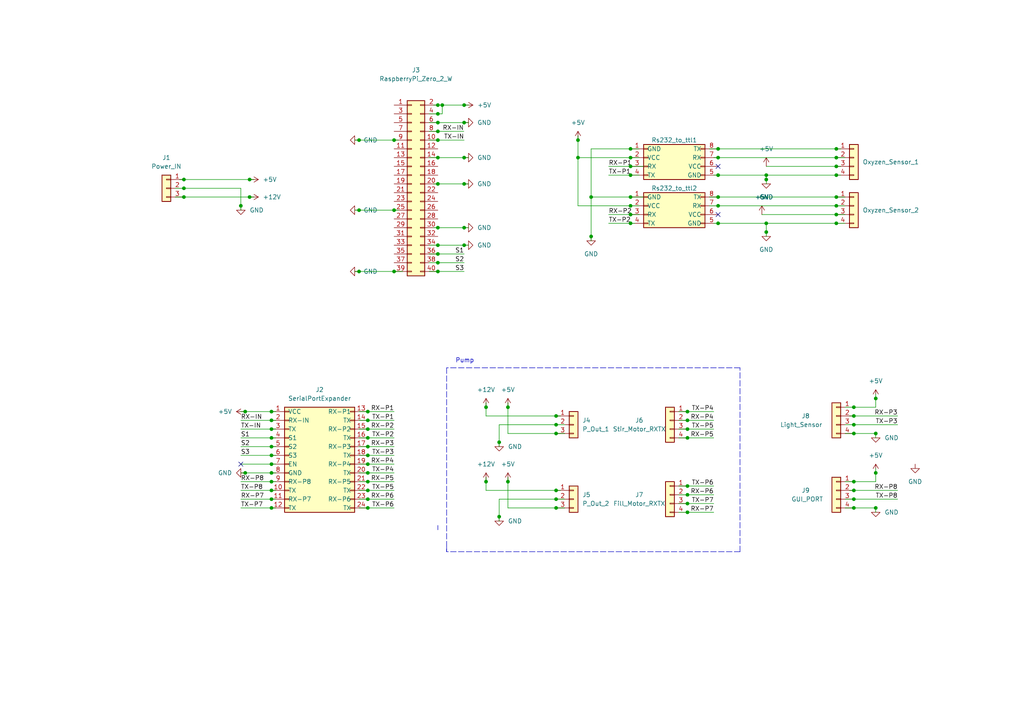
<source format=kicad_sch>
(kicad_sch (version 20211123) (generator eeschema)

  (uuid 8d8da327-4d6d-4753-917c-b1e70e7ab3bc)

  (paper "A4")

  (lib_symbols
    (symbol "Conn_01x04_1" (pin_names (offset 1.016) hide) (in_bom yes) (on_board yes)
      (property "Reference" "J" (id 0) (at 0 5.08 0)
        (effects (font (size 1.27 1.27)))
      )
      (property "Value" "Conn_01x04_1" (id 1) (at 0 -7.62 0)
        (effects (font (size 1.27 1.27)))
      )
      (property "Footprint" "" (id 2) (at 0 0 0)
        (effects (font (size 1.27 1.27)) hide)
      )
      (property "Datasheet" "~" (id 3) (at 0 0 0)
        (effects (font (size 1.27 1.27)) hide)
      )
      (property "ki_keywords" "connector" (id 4) (at 0 0 0)
        (effects (font (size 1.27 1.27)) hide)
      )
      (property "ki_description" "Generic connector, single row, 01x04, script generated (kicad-library-utils/schlib/autogen/connector/)" (id 5) (at 0 0 0)
        (effects (font (size 1.27 1.27)) hide)
      )
      (property "ki_fp_filters" "Connector*:*_1x??_*" (id 6) (at 0 0 0)
        (effects (font (size 1.27 1.27)) hide)
      )
      (symbol "Conn_01x04_1_1_1"
        (rectangle (start -1.27 -4.953) (end 0 -5.207)
          (stroke (width 0.1524) (type default) (color 0 0 0 0))
          (fill (type none))
        )
        (rectangle (start -1.27 -2.413) (end 0 -2.667)
          (stroke (width 0.1524) (type default) (color 0 0 0 0))
          (fill (type none))
        )
        (rectangle (start -1.27 0.127) (end 0 -0.127)
          (stroke (width 0.1524) (type default) (color 0 0 0 0))
          (fill (type none))
        )
        (rectangle (start -1.27 2.667) (end 0 2.413)
          (stroke (width 0.1524) (type default) (color 0 0 0 0))
          (fill (type none))
        )
        (rectangle (start -1.27 3.81) (end 1.27 -6.35)
          (stroke (width 0.254) (type default) (color 0 0 0 0))
          (fill (type background))
        )
        (pin passive line (at -5.08 2.54 0) (length 3.81)
          (name "Pin_1" (effects (font (size 1.27 1.27))))
          (number "1" (effects (font (size 1.27 1.27))))
        )
        (pin passive line (at -5.08 0 0) (length 3.81)
          (name "Pin_2" (effects (font (size 1.27 1.27))))
          (number "2" (effects (font (size 1.27 1.27))))
        )
        (pin passive line (at -5.08 -2.54 0) (length 3.81)
          (name "Pin_3" (effects (font (size 1.27 1.27))))
          (number "3" (effects (font (size 1.27 1.27))))
        )
        (pin passive line (at -5.08 -5.08 0) (length 3.81)
          (name "Pin_4" (effects (font (size 1.27 1.27))))
          (number "4" (effects (font (size 1.27 1.27))))
        )
      )
    )
    (symbol "Conn_02x04_Counter_Clockwise_1" (pin_names (offset 1.016)) (in_bom yes) (on_board yes)
      (property "Reference" "Rs232_to_ttl1" (id 0) (at 7.62 5.08 0)
        (effects (font (size 1.27 1.27)))
      )
      (property "Value" "Conn_02x04_Counter_Clockwise" (id 1) (at 1.27 6.35 0)
        (effects (font (size 1.27 1.27)) hide)
      )
      (property "Footprint" "" (id 2) (at 0 0 0)
        (effects (font (size 1.27 1.27)) hide)
      )
      (property "Datasheet" "~" (id 3) (at 0 0 0)
        (effects (font (size 1.27 1.27)) hide)
      )
      (property "ki_keywords" "connector" (id 4) (at 0 0 0)
        (effects (font (size 1.27 1.27)) hide)
      )
      (property "ki_description" "Generic connector, double row, 02x04, counter clockwise pin numbering scheme (similar to DIP packge numbering), script generated (kicad-library-utils/schlib/autogen/connector/)" (id 5) (at 0 0 0)
        (effects (font (size 1.27 1.27)) hide)
      )
      (property "ki_fp_filters" "Connector*:*_2x??_*" (id 6) (at 0 0 0)
        (effects (font (size 1.27 1.27)) hide)
      )
      (symbol "Conn_02x04_Counter_Clockwise_1_1_1"
        (rectangle (start -1.27 -4.953) (end 0 -5.207)
          (stroke (width 0.1524) (type default) (color 0 0 0 0))
          (fill (type none))
        )
        (rectangle (start -1.27 -2.413) (end 0 -2.667)
          (stroke (width 0.1524) (type default) (color 0 0 0 0))
          (fill (type none))
        )
        (rectangle (start -1.27 0.127) (end 0 -0.127)
          (stroke (width 0.1524) (type default) (color 0 0 0 0))
          (fill (type none))
        )
        (rectangle (start -1.27 2.667) (end 0 2.413)
          (stroke (width 0.1524) (type default) (color 0 0 0 0))
          (fill (type none))
        )
        (rectangle (start -1.27 3.81) (end 16.51 -6.35)
          (stroke (width 0.254) (type default) (color 0 0 0 0))
          (fill (type background))
        )
        (rectangle (start 16.51 -4.953) (end 15.24 -5.207)
          (stroke (width 0.1524) (type default) (color 0 0 0 0))
          (fill (type none))
        )
        (rectangle (start 16.51 -2.413) (end 15.24 -2.667)
          (stroke (width 0.1524) (type default) (color 0 0 0 0))
          (fill (type none))
        )
        (rectangle (start 16.51 0.127) (end 15.24 -0.127)
          (stroke (width 0.1524) (type default) (color 0 0 0 0))
          (fill (type none))
        )
        (rectangle (start 16.51 2.667) (end 15.24 2.413)
          (stroke (width 0.1524) (type default) (color 0 0 0 0))
          (fill (type none))
        )
        (pin passive line (at -5.08 2.54 0) (length 3.81)
          (name "GND" (effects (font (size 1.27 1.27))))
          (number "1" (effects (font (size 1.27 1.27))))
        )
        (pin passive line (at -5.08 0 0) (length 3.81)
          (name "VCC" (effects (font (size 1.27 1.27))))
          (number "2" (effects (font (size 1.27 1.27))))
        )
        (pin passive line (at -5.08 -2.54 0) (length 3.81)
          (name "RX" (effects (font (size 1.27 1.27))))
          (number "3" (effects (font (size 1.27 1.27))))
        )
        (pin passive line (at -5.08 -5.08 0) (length 3.81)
          (name "TX" (effects (font (size 1.27 1.27))))
          (number "4" (effects (font (size 1.27 1.27))))
        )
        (pin passive line (at 20.32 -5.08 180) (length 3.81)
          (name "GND" (effects (font (size 1.27 1.27))))
          (number "5" (effects (font (size 1.27 1.27))))
        )
        (pin passive line (at 20.32 -2.54 180) (length 3.81)
          (name "VCC" (effects (font (size 1.27 1.27))))
          (number "6" (effects (font (size 1.27 1.27))))
        )
        (pin passive line (at 20.32 0 180) (length 3.81)
          (name "RX" (effects (font (size 1.27 1.27))))
          (number "7" (effects (font (size 1.27 1.27))))
        )
        (pin passive line (at 20.32 2.54 180) (length 3.81)
          (name "TX" (effects (font (size 1.27 1.27))))
          (number "8" (effects (font (size 1.27 1.27))))
        )
      )
    )
    (symbol "Connector_Generic:Conn_01x03" (pin_names (offset 1.016) hide) (in_bom yes) (on_board yes)
      (property "Reference" "J" (id 0) (at 0 5.08 0)
        (effects (font (size 1.27 1.27)))
      )
      (property "Value" "Conn_01x03" (id 1) (at 0 -5.08 0)
        (effects (font (size 1.27 1.27)))
      )
      (property "Footprint" "" (id 2) (at 0 0 0)
        (effects (font (size 1.27 1.27)) hide)
      )
      (property "Datasheet" "~" (id 3) (at 0 0 0)
        (effects (font (size 1.27 1.27)) hide)
      )
      (property "ki_keywords" "connector" (id 4) (at 0 0 0)
        (effects (font (size 1.27 1.27)) hide)
      )
      (property "ki_description" "Generic connector, single row, 01x03, script generated (kicad-library-utils/schlib/autogen/connector/)" (id 5) (at 0 0 0)
        (effects (font (size 1.27 1.27)) hide)
      )
      (property "ki_fp_filters" "Connector*:*_1x??_*" (id 6) (at 0 0 0)
        (effects (font (size 1.27 1.27)) hide)
      )
      (symbol "Conn_01x03_1_1"
        (rectangle (start -1.27 -2.413) (end 0 -2.667)
          (stroke (width 0.1524) (type default) (color 0 0 0 0))
          (fill (type none))
        )
        (rectangle (start -1.27 0.127) (end 0 -0.127)
          (stroke (width 0.1524) (type default) (color 0 0 0 0))
          (fill (type none))
        )
        (rectangle (start -1.27 2.667) (end 0 2.413)
          (stroke (width 0.1524) (type default) (color 0 0 0 0))
          (fill (type none))
        )
        (rectangle (start -1.27 3.81) (end 1.27 -3.81)
          (stroke (width 0.254) (type default) (color 0 0 0 0))
          (fill (type background))
        )
        (pin passive line (at -5.08 2.54 0) (length 3.81)
          (name "Pin_1" (effects (font (size 1.27 1.27))))
          (number "1" (effects (font (size 1.27 1.27))))
        )
        (pin passive line (at -5.08 0 0) (length 3.81)
          (name "Pin_2" (effects (font (size 1.27 1.27))))
          (number "2" (effects (font (size 1.27 1.27))))
        )
        (pin passive line (at -5.08 -2.54 0) (length 3.81)
          (name "Pin_3" (effects (font (size 1.27 1.27))))
          (number "3" (effects (font (size 1.27 1.27))))
        )
      )
    )
    (symbol "Connector_Generic:Conn_01x04" (pin_names (offset 1.016) hide) (in_bom yes) (on_board yes)
      (property "Reference" "J" (id 0) (at 0 5.08 0)
        (effects (font (size 1.27 1.27)))
      )
      (property "Value" "Conn_01x04" (id 1) (at 0 -7.62 0)
        (effects (font (size 1.27 1.27)))
      )
      (property "Footprint" "" (id 2) (at 0 0 0)
        (effects (font (size 1.27 1.27)) hide)
      )
      (property "Datasheet" "~" (id 3) (at 0 0 0)
        (effects (font (size 1.27 1.27)) hide)
      )
      (property "ki_keywords" "connector" (id 4) (at 0 0 0)
        (effects (font (size 1.27 1.27)) hide)
      )
      (property "ki_description" "Generic connector, single row, 01x04, script generated (kicad-library-utils/schlib/autogen/connector/)" (id 5) (at 0 0 0)
        (effects (font (size 1.27 1.27)) hide)
      )
      (property "ki_fp_filters" "Connector*:*_1x??_*" (id 6) (at 0 0 0)
        (effects (font (size 1.27 1.27)) hide)
      )
      (symbol "Conn_01x04_1_1"
        (rectangle (start -1.27 -4.953) (end 0 -5.207)
          (stroke (width 0.1524) (type default) (color 0 0 0 0))
          (fill (type none))
        )
        (rectangle (start -1.27 -2.413) (end 0 -2.667)
          (stroke (width 0.1524) (type default) (color 0 0 0 0))
          (fill (type none))
        )
        (rectangle (start -1.27 0.127) (end 0 -0.127)
          (stroke (width 0.1524) (type default) (color 0 0 0 0))
          (fill (type none))
        )
        (rectangle (start -1.27 2.667) (end 0 2.413)
          (stroke (width 0.1524) (type default) (color 0 0 0 0))
          (fill (type none))
        )
        (rectangle (start -1.27 3.81) (end 1.27 -6.35)
          (stroke (width 0.254) (type default) (color 0 0 0 0))
          (fill (type background))
        )
        (pin passive line (at -5.08 2.54 0) (length 3.81)
          (name "Pin_1" (effects (font (size 1.27 1.27))))
          (number "1" (effects (font (size 1.27 1.27))))
        )
        (pin passive line (at -5.08 0 0) (length 3.81)
          (name "Pin_2" (effects (font (size 1.27 1.27))))
          (number "2" (effects (font (size 1.27 1.27))))
        )
        (pin passive line (at -5.08 -2.54 0) (length 3.81)
          (name "Pin_3" (effects (font (size 1.27 1.27))))
          (number "3" (effects (font (size 1.27 1.27))))
        )
        (pin passive line (at -5.08 -5.08 0) (length 3.81)
          (name "Pin_4" (effects (font (size 1.27 1.27))))
          (number "4" (effects (font (size 1.27 1.27))))
        )
      )
    )
    (symbol "Connector_Generic:Conn_02x12_Top_Bottom" (pin_names (offset 1.016)) (in_bom yes) (on_board yes)
      (property "Reference" "J9" (id 0) (at 0 19.05 0)
        (effects (font (size 1.27 1.27)))
      )
      (property "Value" "SerialPortExpander" (id 1) (at 0 16.51 0)
        (effects (font (size 1.27 1.27)))
      )
      (property "Footprint" "serialport expander 2x12pin 2.54mm:serialport expander 2x12pin 2.54mm" (id 2) (at 0 0 0)
        (effects (font (size 1.27 1.27)) hide)
      )
      (property "Datasheet" "~" (id 3) (at -11.43 0 0)
        (effects (font (size 1.27 1.27)) hide)
      )
      (property "ki_keywords" "connector" (id 4) (at 0 0 0)
        (effects (font (size 1.27 1.27)) hide)
      )
      (property "ki_description" "Generic connector, double row, 02x12, top/bottom pin numbering scheme (row 1: 1...pins_per_row, row2: pins_per_row+1 ... num_pins), script generated (kicad-library-utils/schlib/autogen/connector/)" (id 5) (at 0 0 0)
        (effects (font (size 1.27 1.27)) hide)
      )
      (property "ki_fp_filters" "Connector*:*_2x??_*" (id 6) (at 0 0 0)
        (effects (font (size 1.27 1.27)) hide)
      )
      (symbol "Conn_02x12_Top_Bottom_1_1"
        (rectangle (start -10.16 -15.113) (end -8.89 -15.367)
          (stroke (width 0.1524) (type default) (color 0 0 0 0))
          (fill (type none))
        )
        (rectangle (start -10.16 -12.573) (end -8.89 -12.827)
          (stroke (width 0.1524) (type default) (color 0 0 0 0))
          (fill (type none))
        )
        (rectangle (start -10.16 -10.033) (end -8.89 -10.287)
          (stroke (width 0.1524) (type default) (color 0 0 0 0))
          (fill (type none))
        )
        (rectangle (start -10.16 -7.493) (end -8.89 -7.747)
          (stroke (width 0.1524) (type default) (color 0 0 0 0))
          (fill (type none))
        )
        (rectangle (start -10.16 -4.953) (end -8.89 -5.207)
          (stroke (width 0.1524) (type default) (color 0 0 0 0))
          (fill (type none))
        )
        (rectangle (start -10.16 -2.413) (end -8.89 -2.667)
          (stroke (width 0.1524) (type default) (color 0 0 0 0))
          (fill (type none))
        )
        (rectangle (start -10.16 0.127) (end -8.89 -0.127)
          (stroke (width 0.1524) (type default) (color 0 0 0 0))
          (fill (type none))
        )
        (rectangle (start -10.16 2.667) (end -8.89 2.413)
          (stroke (width 0.1524) (type default) (color 0 0 0 0))
          (fill (type none))
        )
        (rectangle (start -10.16 5.207) (end -8.89 4.953)
          (stroke (width 0.1524) (type default) (color 0 0 0 0))
          (fill (type none))
        )
        (rectangle (start -10.16 7.747) (end -8.89 7.493)
          (stroke (width 0.1524) (type default) (color 0 0 0 0))
          (fill (type none))
        )
        (rectangle (start -10.16 10.287) (end -8.89 10.033)
          (stroke (width 0.1524) (type default) (color 0 0 0 0))
          (fill (type none))
        )
        (rectangle (start -10.16 12.827) (end -8.89 12.573)
          (stroke (width 0.1524) (type default) (color 0 0 0 0))
          (fill (type none))
        )
        (rectangle (start -10.16 13.97) (end 10.16 -16.51)
          (stroke (width 0.254) (type default) (color 0 0 0 0))
          (fill (type background))
        )
        (rectangle (start 10.16 -15.113) (end 8.89 -15.367)
          (stroke (width 0.1524) (type default) (color 0 0 0 0))
          (fill (type none))
        )
        (rectangle (start 10.16 -12.573) (end 8.89 -12.827)
          (stroke (width 0.1524) (type default) (color 0 0 0 0))
          (fill (type none))
        )
        (rectangle (start 10.16 -10.033) (end 8.89 -10.287)
          (stroke (width 0.1524) (type default) (color 0 0 0 0))
          (fill (type none))
        )
        (rectangle (start 10.16 -7.493) (end 8.89 -7.747)
          (stroke (width 0.1524) (type default) (color 0 0 0 0))
          (fill (type none))
        )
        (rectangle (start 10.16 -4.953) (end 8.89 -5.207)
          (stroke (width 0.1524) (type default) (color 0 0 0 0))
          (fill (type none))
        )
        (rectangle (start 10.16 -2.413) (end 8.89 -2.667)
          (stroke (width 0.1524) (type default) (color 0 0 0 0))
          (fill (type none))
        )
        (rectangle (start 10.16 0.127) (end 8.89 -0.127)
          (stroke (width 0.1524) (type default) (color 0 0 0 0))
          (fill (type none))
        )
        (rectangle (start 10.16 2.667) (end 8.89 2.413)
          (stroke (width 0.1524) (type default) (color 0 0 0 0))
          (fill (type none))
        )
        (rectangle (start 10.16 5.207) (end 8.89 4.953)
          (stroke (width 0.1524) (type default) (color 0 0 0 0))
          (fill (type none))
        )
        (rectangle (start 10.16 7.747) (end 8.89 7.493)
          (stroke (width 0.1524) (type default) (color 0 0 0 0))
          (fill (type none))
        )
        (rectangle (start 10.16 10.287) (end 8.89 10.033)
          (stroke (width 0.1524) (type default) (color 0 0 0 0))
          (fill (type none))
        )
        (rectangle (start 10.16 12.827) (end 8.89 12.573)
          (stroke (width 0.1524) (type default) (color 0 0 0 0))
          (fill (type none))
        )
        (pin passive line (at 13.97 12.7 180) (length 3.81)
          (name "VCC" (effects (font (size 1.27 1.27))))
          (number "1" (effects (font (size 1.27 1.27))))
        )
        (pin passive line (at 13.97 -10.16 180) (length 3.81)
          (name "TX" (effects (font (size 1.27 1.27))))
          (number "10" (effects (font (size 1.27 1.27))))
        )
        (pin passive line (at 13.97 -12.7 180) (length 3.81)
          (name "RX-P7" (effects (font (size 1.27 1.27))))
          (number "11" (effects (font (size 1.27 1.27))))
        )
        (pin passive line (at 13.97 -15.24 180) (length 3.81)
          (name "TX" (effects (font (size 1.27 1.27))))
          (number "12" (effects (font (size 1.27 1.27))))
        )
        (pin passive line (at -13.97 12.7 0) (length 3.81)
          (name "RX-P1" (effects (font (size 1.27 1.27))))
          (number "13" (effects (font (size 1.27 1.27))))
        )
        (pin passive line (at -13.97 10.16 0) (length 3.81)
          (name "TX" (effects (font (size 1.27 1.27))))
          (number "14" (effects (font (size 1.27 1.27))))
        )
        (pin passive line (at -13.97 7.62 0) (length 3.81)
          (name "RX-P2" (effects (font (size 1.27 1.27))))
          (number "15" (effects (font (size 1.27 1.27))))
        )
        (pin passive line (at -13.97 5.08 0) (length 3.81)
          (name "TX" (effects (font (size 1.27 1.27))))
          (number "16" (effects (font (size 1.27 1.27))))
        )
        (pin passive line (at -13.97 2.54 0) (length 3.81)
          (name "RX-P3" (effects (font (size 1.27 1.27))))
          (number "17" (effects (font (size 1.27 1.27))))
        )
        (pin passive line (at -13.97 0 0) (length 3.81)
          (name "TX" (effects (font (size 1.27 1.27))))
          (number "18" (effects (font (size 1.27 1.27))))
        )
        (pin passive line (at -13.97 -2.54 0) (length 3.81)
          (name "RX-P4" (effects (font (size 1.27 1.27))))
          (number "19" (effects (font (size 1.27 1.27))))
        )
        (pin passive line (at 13.97 10.16 180) (length 3.81)
          (name "RX-IN" (effects (font (size 1.27 1.27))))
          (number "2" (effects (font (size 1.27 1.27))))
        )
        (pin passive line (at -13.97 -5.08 0) (length 3.81)
          (name "TX" (effects (font (size 1.27 1.27))))
          (number "20" (effects (font (size 1.27 1.27))))
        )
        (pin passive line (at -13.97 -7.62 0) (length 3.81)
          (name "RX-P5" (effects (font (size 1.27 1.27))))
          (number "21" (effects (font (size 1.27 1.27))))
        )
        (pin passive line (at -13.97 -10.16 0) (length 3.81)
          (name "TX" (effects (font (size 1.27 1.27))))
          (number "22" (effects (font (size 1.27 1.27))))
        )
        (pin passive line (at -13.97 -12.7 0) (length 3.81)
          (name "RX-P6" (effects (font (size 1.27 1.27))))
          (number "23" (effects (font (size 1.27 1.27))))
        )
        (pin passive line (at -13.97 -15.24 0) (length 3.81)
          (name "TX" (effects (font (size 1.27 1.27))))
          (number "24" (effects (font (size 1.27 1.27))))
        )
        (pin passive line (at 13.97 7.62 180) (length 3.81)
          (name "TX" (effects (font (size 1.27 1.27))))
          (number "3" (effects (font (size 1.27 1.27))))
        )
        (pin passive line (at 13.97 5.08 180) (length 3.81)
          (name "S1" (effects (font (size 1.27 1.27))))
          (number "4" (effects (font (size 1.27 1.27))))
        )
        (pin passive line (at 13.97 2.54 180) (length 3.81)
          (name "S2" (effects (font (size 1.27 1.27))))
          (number "5" (effects (font (size 1.27 1.27))))
        )
        (pin passive line (at 13.97 0 180) (length 3.81)
          (name "S3" (effects (font (size 1.27 1.27))))
          (number "6" (effects (font (size 1.27 1.27))))
        )
        (pin passive line (at 13.97 -2.54 180) (length 3.81)
          (name "EN" (effects (font (size 1.27 1.27))))
          (number "7" (effects (font (size 1.27 1.27))))
        )
        (pin passive line (at 13.97 -5.08 180) (length 3.81)
          (name "GND" (effects (font (size 1.27 1.27))))
          (number "8" (effects (font (size 1.27 1.27))))
        )
        (pin passive line (at 13.97 -7.62 180) (length 3.81)
          (name "RX-P8" (effects (font (size 1.27 1.27))))
          (number "9" (effects (font (size 1.27 1.27))))
        )
      )
    )
    (symbol "Connector_Generic:Conn_02x20_Odd_Even" (pin_names (offset 1.016) hide) (in_bom yes) (on_board yes)
      (property "Reference" "J8" (id 0) (at 1.27 33.02 0)
        (effects (font (size 1.27 1.27)))
      )
      (property "Value" "RaspberryPi_Zero_2_W" (id 1) (at 1.27 30.48 0)
        (effects (font (size 1.27 1.27)))
      )
      (property "Footprint" "Raspberry_Pi_Zero_W__v1.3_:RASPBERRYPIZEROWV13" (id 2) (at 0 0 0)
        (effects (font (size 1.27 1.27)) hide)
      )
      (property "Datasheet" "~" (id 3) (at 0 0 0)
        (effects (font (size 1.27 1.27)) hide)
      )
      (property "ki_keywords" "connector" (id 4) (at 0 0 0)
        (effects (font (size 1.27 1.27)) hide)
      )
      (property "ki_description" "Generic connector, double row, 02x20, odd/even pin numbering scheme (row 1 odd numbers, row 2 even numbers), script generated (kicad-library-utils/schlib/autogen/connector/)" (id 5) (at 0 0 0)
        (effects (font (size 1.27 1.27)) hide)
      )
      (property "ki_fp_filters" "Connector*:*_2x??_*" (id 6) (at 0 0 0)
        (effects (font (size 1.27 1.27)) hide)
      )
      (symbol "Conn_02x20_Odd_Even_1_1"
        (rectangle (start -1.27 -25.273) (end 0 -25.527)
          (stroke (width 0.1524) (type default) (color 0 0 0 0))
          (fill (type none))
        )
        (rectangle (start -1.27 -22.733) (end 0 -22.987)
          (stroke (width 0.1524) (type default) (color 0 0 0 0))
          (fill (type none))
        )
        (rectangle (start -1.27 -20.193) (end 0 -20.447)
          (stroke (width 0.1524) (type default) (color 0 0 0 0))
          (fill (type none))
        )
        (rectangle (start -1.27 -17.653) (end 0 -17.907)
          (stroke (width 0.1524) (type default) (color 0 0 0 0))
          (fill (type none))
        )
        (rectangle (start -1.27 -15.113) (end 0 -15.367)
          (stroke (width 0.1524) (type default) (color 0 0 0 0))
          (fill (type none))
        )
        (rectangle (start -1.27 -12.573) (end 0 -12.827)
          (stroke (width 0.1524) (type default) (color 0 0 0 0))
          (fill (type none))
        )
        (rectangle (start -1.27 -10.033) (end 0 -10.287)
          (stroke (width 0.1524) (type default) (color 0 0 0 0))
          (fill (type none))
        )
        (rectangle (start -1.27 -7.493) (end 0 -7.747)
          (stroke (width 0.1524) (type default) (color 0 0 0 0))
          (fill (type none))
        )
        (rectangle (start -1.27 -4.953) (end 0 -5.207)
          (stroke (width 0.1524) (type default) (color 0 0 0 0))
          (fill (type none))
        )
        (rectangle (start -1.27 -2.413) (end 0 -2.667)
          (stroke (width 0.1524) (type default) (color 0 0 0 0))
          (fill (type none))
        )
        (rectangle (start -1.27 0.127) (end 0 -0.127)
          (stroke (width 0.1524) (type default) (color 0 0 0 0))
          (fill (type none))
        )
        (rectangle (start -1.27 2.667) (end 0 2.413)
          (stroke (width 0.1524) (type default) (color 0 0 0 0))
          (fill (type none))
        )
        (rectangle (start -1.27 5.207) (end 0 4.953)
          (stroke (width 0.1524) (type default) (color 0 0 0 0))
          (fill (type none))
        )
        (rectangle (start -1.27 7.747) (end 0 7.493)
          (stroke (width 0.1524) (type default) (color 0 0 0 0))
          (fill (type none))
        )
        (rectangle (start -1.27 10.287) (end 0 10.033)
          (stroke (width 0.1524) (type default) (color 0 0 0 0))
          (fill (type none))
        )
        (rectangle (start -1.27 12.827) (end 0 12.573)
          (stroke (width 0.1524) (type default) (color 0 0 0 0))
          (fill (type none))
        )
        (rectangle (start -1.27 15.367) (end 0 15.113)
          (stroke (width 0.1524) (type default) (color 0 0 0 0))
          (fill (type none))
        )
        (rectangle (start -1.27 17.907) (end 0 17.653)
          (stroke (width 0.1524) (type default) (color 0 0 0 0))
          (fill (type none))
        )
        (rectangle (start -1.27 20.447) (end 0 20.193)
          (stroke (width 0.1524) (type default) (color 0 0 0 0))
          (fill (type none))
        )
        (rectangle (start -1.27 22.987) (end 0 22.733)
          (stroke (width 0.1524) (type default) (color 0 0 0 0))
          (fill (type none))
        )
        (rectangle (start -1.27 24.13) (end 3.81 -26.67)
          (stroke (width 0.254) (type default) (color 0 0 0 0))
          (fill (type background))
        )
        (rectangle (start 3.81 -25.273) (end 2.54 -25.527)
          (stroke (width 0.1524) (type default) (color 0 0 0 0))
          (fill (type none))
        )
        (rectangle (start 3.81 -22.733) (end 2.54 -22.987)
          (stroke (width 0.1524) (type default) (color 0 0 0 0))
          (fill (type none))
        )
        (rectangle (start 3.81 -20.193) (end 2.54 -20.447)
          (stroke (width 0.1524) (type default) (color 0 0 0 0))
          (fill (type none))
        )
        (rectangle (start 3.81 -17.653) (end 2.54 -17.907)
          (stroke (width 0.1524) (type default) (color 0 0 0 0))
          (fill (type none))
        )
        (rectangle (start 3.81 -15.113) (end 2.54 -15.367)
          (stroke (width 0.1524) (type default) (color 0 0 0 0))
          (fill (type none))
        )
        (rectangle (start 3.81 -12.573) (end 2.54 -12.827)
          (stroke (width 0.1524) (type default) (color 0 0 0 0))
          (fill (type none))
        )
        (rectangle (start 3.81 -10.033) (end 2.54 -10.287)
          (stroke (width 0.1524) (type default) (color 0 0 0 0))
          (fill (type none))
        )
        (rectangle (start 3.81 -7.493) (end 2.54 -7.747)
          (stroke (width 0.1524) (type default) (color 0 0 0 0))
          (fill (type none))
        )
        (rectangle (start 3.81 -4.953) (end 2.54 -5.207)
          (stroke (width 0.1524) (type default) (color 0 0 0 0))
          (fill (type none))
        )
        (rectangle (start 3.81 -2.413) (end 2.54 -2.667)
          (stroke (width 0.1524) (type default) (color 0 0 0 0))
          (fill (type none))
        )
        (rectangle (start 3.81 0.127) (end 2.54 -0.127)
          (stroke (width 0.1524) (type default) (color 0 0 0 0))
          (fill (type none))
        )
        (rectangle (start 3.81 2.667) (end 2.54 2.413)
          (stroke (width 0.1524) (type default) (color 0 0 0 0))
          (fill (type none))
        )
        (rectangle (start 3.81 5.207) (end 2.54 4.953)
          (stroke (width 0.1524) (type default) (color 0 0 0 0))
          (fill (type none))
        )
        (rectangle (start 3.81 7.747) (end 2.54 7.493)
          (stroke (width 0.1524) (type default) (color 0 0 0 0))
          (fill (type none))
        )
        (rectangle (start 3.81 10.287) (end 2.54 10.033)
          (stroke (width 0.1524) (type default) (color 0 0 0 0))
          (fill (type none))
        )
        (rectangle (start 3.81 12.827) (end 2.54 12.573)
          (stroke (width 0.1524) (type default) (color 0 0 0 0))
          (fill (type none))
        )
        (rectangle (start 3.81 15.367) (end 2.54 15.113)
          (stroke (width 0.1524) (type default) (color 0 0 0 0))
          (fill (type none))
        )
        (rectangle (start 3.81 17.907) (end 2.54 17.653)
          (stroke (width 0.1524) (type default) (color 0 0 0 0))
          (fill (type none))
        )
        (rectangle (start 3.81 20.447) (end 2.54 20.193)
          (stroke (width 0.1524) (type default) (color 0 0 0 0))
          (fill (type none))
        )
        (rectangle (start 3.81 22.987) (end 2.54 22.733)
          (stroke (width 0.1524) (type default) (color 0 0 0 0))
          (fill (type none))
        )
        (pin passive line (at -5.08 22.86 0) (length 3.81)
          (name "Pin_1" (effects (font (size 1.27 1.27))))
          (number "1" (effects (font (size 1.27 1.27))))
        )
        (pin passive line (at 7.62 12.7 180) (length 3.81)
          (name "Pin_10" (effects (font (size 1.27 1.27))))
          (number "10" (effects (font (size 1.27 1.27))))
        )
        (pin passive line (at -5.08 10.16 0) (length 3.81)
          (name "Pin_11" (effects (font (size 1.27 1.27))))
          (number "11" (effects (font (size 1.27 1.27))))
        )
        (pin passive line (at 7.62 10.16 180) (length 3.81)
          (name "Pin_12" (effects (font (size 1.27 1.27))))
          (number "12" (effects (font (size 1.27 1.27))))
        )
        (pin passive line (at -5.08 7.62 0) (length 3.81)
          (name "Pin_13" (effects (font (size 1.27 1.27))))
          (number "13" (effects (font (size 1.27 1.27))))
        )
        (pin passive line (at 7.62 7.62 180) (length 3.81)
          (name "Pin_14" (effects (font (size 1.27 1.27))))
          (number "14" (effects (font (size 1.27 1.27))))
        )
        (pin passive line (at -5.08 5.08 0) (length 3.81)
          (name "Pin_15" (effects (font (size 1.27 1.27))))
          (number "15" (effects (font (size 1.27 1.27))))
        )
        (pin passive line (at 7.62 5.08 180) (length 3.81)
          (name "Pin_16" (effects (font (size 1.27 1.27))))
          (number "16" (effects (font (size 1.27 1.27))))
        )
        (pin passive line (at -5.08 2.54 0) (length 3.81)
          (name "Pin_17" (effects (font (size 1.27 1.27))))
          (number "17" (effects (font (size 1.27 1.27))))
        )
        (pin passive line (at 7.62 2.54 180) (length 3.81)
          (name "Pin_18" (effects (font (size 1.27 1.27))))
          (number "18" (effects (font (size 1.27 1.27))))
        )
        (pin passive line (at -5.08 0 0) (length 3.81)
          (name "Pin_19" (effects (font (size 1.27 1.27))))
          (number "19" (effects (font (size 1.27 1.27))))
        )
        (pin passive line (at 7.62 22.86 180) (length 3.81)
          (name "Pin_2" (effects (font (size 1.27 1.27))))
          (number "2" (effects (font (size 1.27 1.27))))
        )
        (pin passive line (at 7.62 0 180) (length 3.81)
          (name "Pin_20" (effects (font (size 1.27 1.27))))
          (number "20" (effects (font (size 1.27 1.27))))
        )
        (pin passive line (at -5.08 -2.54 0) (length 3.81)
          (name "Pin_21" (effects (font (size 1.27 1.27))))
          (number "21" (effects (font (size 1.27 1.27))))
        )
        (pin passive line (at 7.62 -2.54 180) (length 3.81)
          (name "Pin_22" (effects (font (size 1.27 1.27))))
          (number "22" (effects (font (size 1.27 1.27))))
        )
        (pin passive line (at -5.08 -5.08 0) (length 3.81)
          (name "Pin_23" (effects (font (size 1.27 1.27))))
          (number "23" (effects (font (size 1.27 1.27))))
        )
        (pin passive line (at 7.62 -5.08 180) (length 3.81)
          (name "Pin_24" (effects (font (size 1.27 1.27))))
          (number "24" (effects (font (size 1.27 1.27))))
        )
        (pin passive line (at -5.08 -7.62 0) (length 3.81)
          (name "Pin_25" (effects (font (size 1.27 1.27))))
          (number "25" (effects (font (size 1.27 1.27))))
        )
        (pin passive line (at 7.62 -7.62 180) (length 3.81)
          (name "Pin_26" (effects (font (size 1.27 1.27))))
          (number "26" (effects (font (size 1.27 1.27))))
        )
        (pin passive line (at -5.08 -10.16 0) (length 3.81)
          (name "Pin_27" (effects (font (size 1.27 1.27))))
          (number "27" (effects (font (size 1.27 1.27))))
        )
        (pin passive line (at 7.62 -10.16 180) (length 3.81)
          (name "Pin_28" (effects (font (size 1.27 1.27))))
          (number "28" (effects (font (size 1.27 1.27))))
        )
        (pin passive line (at -5.08 -12.7 0) (length 3.81)
          (name "Pin_29" (effects (font (size 1.27 1.27))))
          (number "29" (effects (font (size 1.27 1.27))))
        )
        (pin passive line (at -5.08 20.32 0) (length 3.81)
          (name "Pin_3" (effects (font (size 1.27 1.27))))
          (number "3" (effects (font (size 1.27 1.27))))
        )
        (pin passive line (at 7.62 -12.7 180) (length 3.81)
          (name "Pin_30" (effects (font (size 1.27 1.27))))
          (number "30" (effects (font (size 1.27 1.27))))
        )
        (pin passive line (at -5.08 -15.24 0) (length 3.81)
          (name "Pin_31" (effects (font (size 1.27 1.27))))
          (number "31" (effects (font (size 1.27 1.27))))
        )
        (pin passive line (at 7.62 -15.24 180) (length 3.81)
          (name "Pin_32" (effects (font (size 1.27 1.27))))
          (number "32" (effects (font (size 1.27 1.27))))
        )
        (pin passive line (at -5.08 -17.78 0) (length 3.81)
          (name "Pin_33" (effects (font (size 1.27 1.27))))
          (number "33" (effects (font (size 1.27 1.27))))
        )
        (pin passive line (at 7.62 -17.78 180) (length 3.81)
          (name "Pin_34" (effects (font (size 1.27 1.27))))
          (number "34" (effects (font (size 1.27 1.27))))
        )
        (pin passive line (at -5.08 -20.32 0) (length 3.81)
          (name "Pin_35" (effects (font (size 1.27 1.27))))
          (number "35" (effects (font (size 1.27 1.27))))
        )
        (pin passive line (at 7.62 -20.32 180) (length 3.81)
          (name "Pin_36" (effects (font (size 1.27 1.27))))
          (number "36" (effects (font (size 1.27 1.27))))
        )
        (pin passive line (at -5.08 -22.86 0) (length 3.81)
          (name "Pin_37" (effects (font (size 1.27 1.27))))
          (number "37" (effects (font (size 1.27 1.27))))
        )
        (pin passive line (at 7.62 -22.86 180) (length 3.81)
          (name "Pin_38" (effects (font (size 1.27 1.27))))
          (number "38" (effects (font (size 1.27 1.27))))
        )
        (pin passive line (at -5.08 -25.4 0) (length 3.81)
          (name "Pin_39" (effects (font (size 1.27 1.27))))
          (number "39" (effects (font (size 1.27 1.27))))
        )
        (pin passive line (at 7.62 20.32 180) (length 3.81)
          (name "Pin_4" (effects (font (size 1.27 1.27))))
          (number "4" (effects (font (size 1.27 1.27))))
        )
        (pin passive line (at 7.62 -25.4 180) (length 3.81)
          (name "Pin_40" (effects (font (size 1.27 1.27))))
          (number "40" (effects (font (size 1.27 1.27))))
        )
        (pin passive line (at -5.08 17.78 0) (length 3.81)
          (name "Pin_5" (effects (font (size 1.27 1.27))))
          (number "5" (effects (font (size 1.27 1.27))))
        )
        (pin passive line (at 7.62 17.78 180) (length 3.81)
          (name "Pin_6" (effects (font (size 1.27 1.27))))
          (number "6" (effects (font (size 1.27 1.27))))
        )
        (pin passive line (at -5.08 15.24 0) (length 3.81)
          (name "Pin_7" (effects (font (size 1.27 1.27))))
          (number "7" (effects (font (size 1.27 1.27))))
        )
        (pin passive line (at 7.62 15.24 180) (length 3.81)
          (name "Pin_8" (effects (font (size 1.27 1.27))))
          (number "8" (effects (font (size 1.27 1.27))))
        )
        (pin passive line (at -5.08 12.7 0) (length 3.81)
          (name "Pin_9" (effects (font (size 1.27 1.27))))
          (number "9" (effects (font (size 1.27 1.27))))
        )
        (pin passive non_logic (at 3.81 24.13 90) (length 3.81) hide
          (name "MH1" (effects (font (size 1.27 1.27))))
          (number "MH1" (effects (font (size 1.27 1.27))))
        )
        (pin passive non_logic (at -1.27 24.13 90) (length 3.81) hide
          (name "MH2" (effects (font (size 1.27 1.27))))
          (number "MH2" (effects (font (size 1.27 1.27))))
        )
        (pin passive non_logic (at -1.27 -26.67 270) (length 3.81) hide
          (name "MH3" (effects (font (size 1.27 1.27))))
          (number "MH3" (effects (font (size 1.27 1.27))))
        )
        (pin passive non_logic (at 3.81 -26.67 270) (length 3.81) hide
          (name "MH4" (effects (font (size 1.27 1.27))))
          (number "MH4" (effects (font (size 1.27 1.27))))
        )
      )
    )
    (symbol "power:+12V" (power) (pin_names (offset 0)) (in_bom yes) (on_board yes)
      (property "Reference" "#PWR" (id 0) (at 0 -3.81 0)
        (effects (font (size 1.27 1.27)) hide)
      )
      (property "Value" "+12V" (id 1) (at 0 3.556 0)
        (effects (font (size 1.27 1.27)))
      )
      (property "Footprint" "" (id 2) (at 0 0 0)
        (effects (font (size 1.27 1.27)) hide)
      )
      (property "Datasheet" "" (id 3) (at 0 0 0)
        (effects (font (size 1.27 1.27)) hide)
      )
      (property "ki_keywords" "power-flag" (id 4) (at 0 0 0)
        (effects (font (size 1.27 1.27)) hide)
      )
      (property "ki_description" "Power symbol creates a global label with name \"+12V\"" (id 5) (at 0 0 0)
        (effects (font (size 1.27 1.27)) hide)
      )
      (symbol "+12V_0_1"
        (polyline
          (pts
            (xy -0.762 1.27)
            (xy 0 2.54)
          )
          (stroke (width 0) (type default) (color 0 0 0 0))
          (fill (type none))
        )
        (polyline
          (pts
            (xy 0 0)
            (xy 0 2.54)
          )
          (stroke (width 0) (type default) (color 0 0 0 0))
          (fill (type none))
        )
        (polyline
          (pts
            (xy 0 2.54)
            (xy 0.762 1.27)
          )
          (stroke (width 0) (type default) (color 0 0 0 0))
          (fill (type none))
        )
      )
      (symbol "+12V_1_1"
        (pin power_in line (at 0 0 90) (length 0) hide
          (name "+12V" (effects (font (size 1.27 1.27))))
          (number "1" (effects (font (size 1.27 1.27))))
        )
      )
    )
    (symbol "power:+5V" (power) (pin_names (offset 0)) (in_bom yes) (on_board yes)
      (property "Reference" "#PWR" (id 0) (at 0 -3.81 0)
        (effects (font (size 1.27 1.27)) hide)
      )
      (property "Value" "+5V" (id 1) (at 0 3.556 0)
        (effects (font (size 1.27 1.27)))
      )
      (property "Footprint" "" (id 2) (at 0 0 0)
        (effects (font (size 1.27 1.27)) hide)
      )
      (property "Datasheet" "" (id 3) (at 0 0 0)
        (effects (font (size 1.27 1.27)) hide)
      )
      (property "ki_keywords" "power-flag" (id 4) (at 0 0 0)
        (effects (font (size 1.27 1.27)) hide)
      )
      (property "ki_description" "Power symbol creates a global label with name \"+5V\"" (id 5) (at 0 0 0)
        (effects (font (size 1.27 1.27)) hide)
      )
      (symbol "+5V_0_1"
        (polyline
          (pts
            (xy -0.762 1.27)
            (xy 0 2.54)
          )
          (stroke (width 0) (type default) (color 0 0 0 0))
          (fill (type none))
        )
        (polyline
          (pts
            (xy 0 0)
            (xy 0 2.54)
          )
          (stroke (width 0) (type default) (color 0 0 0 0))
          (fill (type none))
        )
        (polyline
          (pts
            (xy 0 2.54)
            (xy 0.762 1.27)
          )
          (stroke (width 0) (type default) (color 0 0 0 0))
          (fill (type none))
        )
      )
      (symbol "+5V_1_1"
        (pin power_in line (at 0 0 90) (length 0) hide
          (name "+5V" (effects (font (size 1.27 1.27))))
          (number "1" (effects (font (size 1.27 1.27))))
        )
      )
    )
    (symbol "power:GND" (power) (pin_names (offset 0)) (in_bom yes) (on_board yes)
      (property "Reference" "#PWR" (id 0) (at 0 -6.35 0)
        (effects (font (size 1.27 1.27)) hide)
      )
      (property "Value" "GND" (id 1) (at 0 -3.81 0)
        (effects (font (size 1.27 1.27)))
      )
      (property "Footprint" "" (id 2) (at 0 0 0)
        (effects (font (size 1.27 1.27)) hide)
      )
      (property "Datasheet" "" (id 3) (at 0 0 0)
        (effects (font (size 1.27 1.27)) hide)
      )
      (property "ki_keywords" "power-flag" (id 4) (at 0 0 0)
        (effects (font (size 1.27 1.27)) hide)
      )
      (property "ki_description" "Power symbol creates a global label with name \"GND\" , ground" (id 5) (at 0 0 0)
        (effects (font (size 1.27 1.27)) hide)
      )
      (symbol "GND_0_1"
        (polyline
          (pts
            (xy 0 0)
            (xy 0 -1.27)
            (xy 1.27 -1.27)
            (xy 0 -2.54)
            (xy -1.27 -1.27)
            (xy 0 -1.27)
          )
          (stroke (width 0) (type default) (color 0 0 0 0))
          (fill (type none))
        )
      )
      (symbol "GND_1_1"
        (pin power_in line (at 0 0 270) (length 0) hide
          (name "GND" (effects (font (size 1.27 1.27))))
          (number "1" (effects (font (size 1.27 1.27))))
        )
      )
    )
  )

  (junction (at 171.45 68.58) (diameter 0) (color 0 0 0 0)
    (uuid 00134217-e3c0-4305-be9f-92e99ff940f4)
  )
  (junction (at 134.62 30.48) (diameter 0) (color 0 0 0 0)
    (uuid 004343d4-fbbc-4459-a106-92e18b79bd8c)
  )
  (junction (at 222.25 52.07) (diameter 0) (color 0 0 0 0)
    (uuid 004ddc1b-89bc-4bb9-81f0-fc90a1d5faef)
  )
  (junction (at 171.45 57.15) (diameter 0) (color 0 0 0 0)
    (uuid 00e30f79-b67f-4d22-8949-eb1b32cb46b1)
  )
  (junction (at 242.57 62.23) (diameter 0) (color 0 0 0 0)
    (uuid 04d226d3-b92a-4295-ac39-aed53b7e7896)
  )
  (junction (at 127 35.56) (diameter 0) (color 0 0 0 0)
    (uuid 0677197f-925d-49ae-b672-407868493e87)
  )
  (junction (at 182.88 43.18) (diameter 0) (color 0 0 0 0)
    (uuid 0691081f-0087-49a3-b416-e07abb1d68c6)
  )
  (junction (at 106.68 139.7) (diameter 0) (color 0 0 0 0)
    (uuid 09b9248f-bf17-4ab5-8f81-81360ef54010)
  )
  (junction (at 242.57 43.18) (diameter 0) (color 0 0 0 0)
    (uuid 0b58bb8e-439f-458c-9943-16eb18e4c83b)
  )
  (junction (at 106.68 144.78) (diameter 0) (color 0 0 0 0)
    (uuid 11b641c6-9bc3-4446-b7ba-adb91bcf498d)
  )
  (junction (at 199.39 121.92) (diameter 0) (color 0 0 0 0)
    (uuid 11cdec55-435f-4b7f-805a-bee9ab2b00ee)
  )
  (junction (at 53.34 54.61) (diameter 0) (color 0 0 0 0)
    (uuid 12050b28-95ef-4d12-8193-c35289996e5c)
  )
  (junction (at 78.74 119.38) (diameter 0) (color 0 0 0 0)
    (uuid 12f181c2-3244-4e4c-bb32-5b41edbd19f3)
  )
  (junction (at 78.74 121.92) (diameter 0) (color 0 0 0 0)
    (uuid 171e50c5-6cc5-462d-8bf3-001b786e927f)
  )
  (junction (at 254 147.32) (diameter 0) (color 0 0 0 0)
    (uuid 19cbda20-8968-4c35-923e-40ce69eb2c34)
  )
  (junction (at 134.62 45.72) (diameter 0) (color 0 0 0 0)
    (uuid 20d55a3b-6858-4aaf-9fce-a45e71af9849)
  )
  (junction (at 106.68 129.54) (diameter 0) (color 0 0 0 0)
    (uuid 243ab842-82be-46df-ba59-cc590a18ec99)
  )
  (junction (at 106.68 127) (diameter 0) (color 0 0 0 0)
    (uuid 24e025ff-1d02-4165-873a-70457b8e152e)
  )
  (junction (at 106.68 124.46) (diameter 0) (color 0 0 0 0)
    (uuid 2b41069d-4510-4af9-bec6-27ec9a05496c)
  )
  (junction (at 247.65 147.32) (diameter 0) (color 0 0 0 0)
    (uuid 3016f82c-f9ba-4261-b0a3-5308a5a478cd)
  )
  (junction (at 78.74 124.46) (diameter 0) (color 0 0 0 0)
    (uuid 30adbcb0-fc0a-4900-a43f-86ea2c7a31d5)
  )
  (junction (at 247.65 123.19) (diameter 0) (color 0 0 0 0)
    (uuid 324c3291-4777-4770-89f9-65fd88fe5547)
  )
  (junction (at 161.29 125.73) (diameter 0) (color 0 0 0 0)
    (uuid 32a874d8-13c2-4950-b2f9-05ca23ed3d5d)
  )
  (junction (at 222.25 50.8) (diameter 0) (color 0 0 0 0)
    (uuid 33102e92-8e65-423c-91a5-21f397c41fb5)
  )
  (junction (at 147.32 118.11) (diameter 0) (color 0 0 0 0)
    (uuid 357856bd-3d3d-4160-8d89-c953aff1cccb)
  )
  (junction (at 69.85 59.69) (diameter 0) (color 0 0 0 0)
    (uuid 3712acca-bc06-40f6-ac06-b70dc4b9aaa6)
  )
  (junction (at 242.57 57.15) (diameter 0) (color 0 0 0 0)
    (uuid 384b444a-1319-4042-a2df-c89004d4f299)
  )
  (junction (at 144.78 149.86) (diameter 0) (color 0 0 0 0)
    (uuid 3858be5f-9f33-48a6-b939-08493f4167fd)
  )
  (junction (at 106.68 147.32) (diameter 0) (color 0 0 0 0)
    (uuid 3c8f07e6-d926-4500-875f-7731621fea24)
  )
  (junction (at 78.74 147.32) (diameter 0) (color 0 0 0 0)
    (uuid 3ea5cc76-f0b8-4e5c-8674-00da07e95e3e)
  )
  (junction (at 127 76.2) (diameter 0) (color 0 0 0 0)
    (uuid 3f06ceca-2295-4774-9307-7bda35753381)
  )
  (junction (at 208.28 43.18) (diameter 0) (color 0 0 0 0)
    (uuid 3f838379-a74d-4365-b991-05308006c86b)
  )
  (junction (at 114.3 60.96) (diameter 0) (color 0 0 0 0)
    (uuid 3fdda639-35bd-4f8b-a261-f06f2e0aaaa9)
  )
  (junction (at 134.62 35.56) (diameter 0) (color 0 0 0 0)
    (uuid 415a0f03-ee91-4d98-84b9-e4627e0add7b)
  )
  (junction (at 127 66.04) (diameter 0) (color 0 0 0 0)
    (uuid 4175c327-a7fe-4d84-ba69-9ba6e02c58fb)
  )
  (junction (at 254 125.73) (diameter 0) (color 0 0 0 0)
    (uuid 43971745-6f64-41b9-8a4b-ceb1b9580218)
  )
  (junction (at 222.25 67.31) (diameter 0) (color 0 0 0 0)
    (uuid 463647a6-d1a0-424d-a4df-51fa519b7fb5)
  )
  (junction (at 167.64 40.64) (diameter 0) (color 0 0 0 0)
    (uuid 4679118d-87df-459e-b3a7-0f8506d3f7f6)
  )
  (junction (at 247.65 118.11) (diameter 0) (color 0 0 0 0)
    (uuid 4dec140a-3f2f-4b17-b6f0-89a0fc1cf30b)
  )
  (junction (at 247.65 139.7) (diameter 0) (color 0 0 0 0)
    (uuid 4eb9dc01-84e4-470a-bddd-336f2206d841)
  )
  (junction (at 182.88 48.26) (diameter 0) (color 0 0 0 0)
    (uuid 4fcf1c08-0efc-4e7f-ac86-76d55a0b85a0)
  )
  (junction (at 144.78 128.27) (diameter 0) (color 0 0 0 0)
    (uuid 516ab96c-35ca-4884-a8b1-8bdb374572b5)
  )
  (junction (at 161.29 147.32) (diameter 0) (color 0 0 0 0)
    (uuid 536bb953-20c5-4cc3-ade9-e6c5d307a114)
  )
  (junction (at 106.68 134.62) (diameter 0) (color 0 0 0 0)
    (uuid 55113079-323a-40f0-bc94-4aaf48f78a5b)
  )
  (junction (at 106.68 121.92) (diameter 0) (color 0 0 0 0)
    (uuid 59c49c55-6c6d-471f-b166-5115d4ca7108)
  )
  (junction (at 127 38.1) (diameter 0) (color 0 0 0 0)
    (uuid 5fada503-749c-4ab1-b15f-4f7e43d6c0e6)
  )
  (junction (at 161.29 144.78) (diameter 0) (color 0 0 0 0)
    (uuid 664129de-ba7f-4737-927f-92ea6bdb9b43)
  )
  (junction (at 127 78.74) (diameter 0) (color 0 0 0 0)
    (uuid 682f831f-86df-46fc-a154-faded75835c0)
  )
  (junction (at 127 33.02) (diameter 0) (color 0 0 0 0)
    (uuid 691e2cbe-b26c-4267-8f9b-0ee6a0516aaf)
  )
  (junction (at 182.88 50.8) (diameter 0) (color 0 0 0 0)
    (uuid 6b74a168-5d7b-4d08-9a76-51b743083749)
  )
  (junction (at 167.64 45.72) (diameter 0) (color 0 0 0 0)
    (uuid 6b93898d-63e5-4298-a63c-f54c30f547cc)
  )
  (junction (at 199.39 148.59) (diameter 0) (color 0 0 0 0)
    (uuid 6e1c18b9-3fea-4204-afc6-38aaff3cd6af)
  )
  (junction (at 127 30.48) (diameter 0) (color 0 0 0 0)
    (uuid 700f3019-ff0d-4a68-b692-43778399e4b4)
  )
  (junction (at 242.57 50.8) (diameter 0) (color 0 0 0 0)
    (uuid 70546e1a-2505-45d7-a950-0d16e0c4c427)
  )
  (junction (at 127 73.66) (diameter 0) (color 0 0 0 0)
    (uuid 713acfd3-907d-4660-92a6-dbfbf2bfc248)
  )
  (junction (at 127 40.64) (diameter 0) (color 0 0 0 0)
    (uuid 7306108b-8b5c-46d5-a3e1-bf8669a5f9b9)
  )
  (junction (at 114.3 78.74) (diameter 0) (color 0 0 0 0)
    (uuid 7513bd06-26ac-47f8-9fb8-57035f227d8b)
  )
  (junction (at 78.74 134.62) (diameter 0) (color 0 0 0 0)
    (uuid 7bca5ce3-6022-488e-b575-434a9a81f20c)
  )
  (junction (at 106.68 137.16) (diameter 0) (color 0 0 0 0)
    (uuid 7c81396b-1113-44e5-9b93-cf598be195e0)
  )
  (junction (at 254 137.16) (diameter 0) (color 0 0 0 0)
    (uuid 7c840cf2-18c2-4b5e-9d18-7773de25b900)
  )
  (junction (at 78.74 127) (diameter 0) (color 0 0 0 0)
    (uuid 801f04dc-dd60-49b2-b9e0-d06f81897ddd)
  )
  (junction (at 78.74 142.24) (diameter 0) (color 0 0 0 0)
    (uuid 845fdfbc-c464-442f-8ca4-945189100ea0)
  )
  (junction (at 127 71.12) (diameter 0) (color 0 0 0 0)
    (uuid 86e6da59-9175-498a-b4cd-e3195bf92463)
  )
  (junction (at 242.57 45.72) (diameter 0) (color 0 0 0 0)
    (uuid 87b0d27d-8c92-47f5-b6cf-66578b6858e7)
  )
  (junction (at 53.34 52.07) (diameter 0) (color 0 0 0 0)
    (uuid 89e0b497-98dd-488a-97c5-19e6c7bfb2b8)
  )
  (junction (at 199.39 140.97) (diameter 0) (color 0 0 0 0)
    (uuid 8b9aa3b3-4c13-491e-80b6-635cc48493af)
  )
  (junction (at 199.39 124.46) (diameter 0) (color 0 0 0 0)
    (uuid 8bef3269-07f2-4003-98a5-e0476df200f9)
  )
  (junction (at 247.65 125.73) (diameter 0) (color 0 0 0 0)
    (uuid 8def0909-ffaa-4b17-a32a-261f50f78796)
  )
  (junction (at 147.32 139.7) (diameter 0) (color 0 0 0 0)
    (uuid 8e62e53a-50cb-4606-a861-ac07ad9b29ee)
  )
  (junction (at 72.39 57.15) (diameter 0) (color 0 0 0 0)
    (uuid 90006e1c-63d7-4e7f-8b14-91126a3d2ccc)
  )
  (junction (at 114.3 40.64) (diameter 0) (color 0 0 0 0)
    (uuid 90d32df2-6be4-4a68-a417-0d975edd0fc6)
  )
  (junction (at 208.28 45.72) (diameter 0) (color 0 0 0 0)
    (uuid 984ee776-2401-40ae-a16b-9dee53145ada)
  )
  (junction (at 78.74 129.54) (diameter 0) (color 0 0 0 0)
    (uuid 9bc91da0-0930-40c9-a428-f11be139eb12)
  )
  (junction (at 104.14 60.96) (diameter 0) (color 0 0 0 0)
    (uuid 9c088fa7-228e-4974-9f8b-93ffff2752db)
  )
  (junction (at 182.88 59.69) (diameter 0) (color 0 0 0 0)
    (uuid 9cb50ff2-32ae-4f47-8b1e-b2e61cbc6c6a)
  )
  (junction (at 106.68 132.08) (diameter 0) (color 0 0 0 0)
    (uuid a0172379-1afc-40b2-85f2-09207f2a99ec)
  )
  (junction (at 72.39 52.07) (diameter 0) (color 0 0 0 0)
    (uuid a1b208a5-17e5-41f3-aa45-1a774b4020aa)
  )
  (junction (at 161.29 123.19) (diameter 0) (color 0 0 0 0)
    (uuid a28e4c93-8d60-4c50-a967-b7da21e5b42d)
  )
  (junction (at 247.65 120.65) (diameter 0) (color 0 0 0 0)
    (uuid a3887266-68b0-4dd7-9a5c-d536fac04d37)
  )
  (junction (at 53.34 57.15) (diameter 0) (color 0 0 0 0)
    (uuid a45442c0-9d21-4a39-a146-5bb8a82144a3)
  )
  (junction (at 78.74 144.78) (diameter 0) (color 0 0 0 0)
    (uuid a66eebfd-2776-4af2-afbf-5cb9c9a7e22a)
  )
  (junction (at 134.62 53.34) (diameter 0) (color 0 0 0 0)
    (uuid a969119f-cd91-43ec-a777-873038b2b7bc)
  )
  (junction (at 208.28 57.15) (diameter 0) (color 0 0 0 0)
    (uuid abe5fdbc-19b9-4b49-af2e-b681d888e7d1)
  )
  (junction (at 78.74 137.16) (diameter 0) (color 0 0 0 0)
    (uuid ae53b946-ceab-49bf-b1d0-d6f3172d7e34)
  )
  (junction (at 71.12 137.16) (diameter 0) (color 0 0 0 0)
    (uuid af3784e5-2bb2-4c8b-adde-28bcbc44ecfa)
  )
  (junction (at 161.29 142.24) (diameter 0) (color 0 0 0 0)
    (uuid b2d0abf7-eaae-40a9-bb2b-0efdc343ab78)
  )
  (junction (at 134.62 66.04) (diameter 0) (color 0 0 0 0)
    (uuid b9cce91f-3d7e-446c-9dc5-e489a1e02a79)
  )
  (junction (at 242.57 59.69) (diameter 0) (color 0 0 0 0)
    (uuid bc1fdf0b-50c5-4074-9e63-2a036f703f42)
  )
  (junction (at 161.29 120.65) (diameter 0) (color 0 0 0 0)
    (uuid bc60d2d6-e199-4ca5-8bb0-d6641fcb087d)
  )
  (junction (at 127 53.34) (diameter 0) (color 0 0 0 0)
    (uuid c67f330c-a0db-4141-9d01-0f32274e97c8)
  )
  (junction (at 208.28 64.77) (diameter 0) (color 0 0 0 0)
    (uuid c7c93a1b-1599-4491-81a5-2cbefc19013d)
  )
  (junction (at 254 115.57) (diameter 0) (color 0 0 0 0)
    (uuid c8dca1a6-f09a-4305-804d-2295b5448f55)
  )
  (junction (at 104.14 40.64) (diameter 0) (color 0 0 0 0)
    (uuid c977af6e-9b25-4661-887b-74341ecf7991)
  )
  (junction (at 199.39 127) (diameter 0) (color 0 0 0 0)
    (uuid cfb4f98c-9f92-4c06-acfc-cdeb6c1755c5)
  )
  (junction (at 127 45.72) (diameter 0) (color 0 0 0 0)
    (uuid d32b7061-575b-4e35-b5c0-0a0f382d9f10)
  )
  (junction (at 247.65 144.78) (diameter 0) (color 0 0 0 0)
    (uuid d32cc096-740c-442c-84ac-39c08c94919c)
  )
  (junction (at 182.88 62.23) (diameter 0) (color 0 0 0 0)
    (uuid d7678225-9962-4b6c-8ac6-79810f77c6a5)
  )
  (junction (at 78.74 139.7) (diameter 0) (color 0 0 0 0)
    (uuid d9be6972-ed73-4bbf-afe2-f25a6b0e2861)
  )
  (junction (at 106.68 142.24) (diameter 0) (color 0 0 0 0)
    (uuid db5eee57-71a9-41d2-84ae-3a208d9127dc)
  )
  (junction (at 71.12 119.38) (diameter 0) (color 0 0 0 0)
    (uuid debf30b1-4d0e-45fb-9eb3-8018d7e77c86)
  )
  (junction (at 182.88 64.77) (diameter 0) (color 0 0 0 0)
    (uuid e3fbf23c-e20e-4416-bbc6-27e25a75d7b9)
  )
  (junction (at 140.97 139.7) (diameter 0) (color 0 0 0 0)
    (uuid e482d328-8e85-4308-9b34-a9cc0d5843cf)
  )
  (junction (at 182.88 57.15) (diameter 0) (color 0 0 0 0)
    (uuid e6b2cc6a-89a9-4005-82f7-65741cef7903)
  )
  (junction (at 182.88 45.72) (diameter 0) (color 0 0 0 0)
    (uuid e71adec1-54fa-4ecf-a8b1-75cb203356c0)
  )
  (junction (at 199.39 146.05) (diameter 0) (color 0 0 0 0)
    (uuid e8d8bbd4-2e6c-40b0-92e3-9d9c5a98e195)
  )
  (junction (at 222.25 64.77) (diameter 0) (color 0 0 0 0)
    (uuid ebb67981-31ff-49a1-b032-91e71c7c0ea5)
  )
  (junction (at 208.28 59.69) (diameter 0) (color 0 0 0 0)
    (uuid ef8d0df8-a75a-4d4f-bd89-4f0e85a6e321)
  )
  (junction (at 242.57 64.77) (diameter 0) (color 0 0 0 0)
    (uuid f01b3c23-82ba-47f2-9d13-6dc40a6ed6cc)
  )
  (junction (at 106.68 119.38) (diameter 0) (color 0 0 0 0)
    (uuid f1536c37-7639-4e11-bd04-69515425db56)
  )
  (junction (at 134.62 71.12) (diameter 0) (color 0 0 0 0)
    (uuid f25081e3-594c-4e20-a3a0-8c78739d4347)
  )
  (junction (at 128.27 30.48) (diameter 0) (color 0 0 0 0)
    (uuid f2b60592-cb8a-4826-890c-56eb7a5d779a)
  )
  (junction (at 140.97 118.11) (diameter 0) (color 0 0 0 0)
    (uuid f3a8f2d0-8830-4acc-a7ea-f6177ac5079d)
  )
  (junction (at 199.39 143.51) (diameter 0) (color 0 0 0 0)
    (uuid f6ba5499-e777-4845-ae6a-b3513c8df46b)
  )
  (junction (at 78.74 132.08) (diameter 0) (color 0 0 0 0)
    (uuid f6c4e7f4-cf05-46a4-ad91-9929aff753e3)
  )
  (junction (at 199.39 119.38) (diameter 0) (color 0 0 0 0)
    (uuid f8b6bb9f-ad03-4bcb-9251-2a066978a098)
  )
  (junction (at 242.57 48.26) (diameter 0) (color 0 0 0 0)
    (uuid f8d6a90f-4a5d-4a03-88ca-27e1d4b3b125)
  )
  (junction (at 104.14 78.74) (diameter 0) (color 0 0 0 0)
    (uuid f9567cac-1cc2-4d39-b8d9-a5da08ee7dbd)
  )
  (junction (at 247.65 142.24) (diameter 0) (color 0 0 0 0)
    (uuid fa75329b-3cd9-4e19-b5e0-98e35d8ab95d)
  )
  (junction (at 208.28 50.8) (diameter 0) (color 0 0 0 0)
    (uuid fefdd585-3749-4145-8d21-ed961befc057)
  )

  (no_connect (at 208.28 48.26) (uuid 4882a3aa-bf35-4ca8-848e-9974c518e087))
  (no_connect (at 208.28 62.23) (uuid c77bebbf-ae9a-4947-8b4a-131b67ad8bd0))
  (no_connect (at 69.85 134.62) (uuid e828e298-714e-419d-975c-06db7eea0081))

  (wire (pts (xy 167.64 39.37) (xy 167.64 40.64))
    (stroke (width 0) (type default) (color 0 0 0 0))
    (uuid 0333cc61-dfdf-419d-a8a5-f662f2ed8d8b)
  )
  (wire (pts (xy 102.87 40.64) (xy 104.14 40.64))
    (stroke (width 0) (type default) (color 0 0 0 0))
    (uuid 03506130-9d88-4d9c-ad22-c302cf953d5f)
  )
  (wire (pts (xy 167.64 59.69) (xy 182.88 59.69))
    (stroke (width 0) (type default) (color 0 0 0 0))
    (uuid 03d3f3dc-57cc-4a5d-b588-5d7b6cd2d907)
  )
  (wire (pts (xy 182.88 59.69) (xy 185.42 59.69))
    (stroke (width 0) (type default) (color 0 0 0 0))
    (uuid 0489dffc-494f-44a7-bef4-1d6f41b97b42)
  )
  (wire (pts (xy 69.85 119.38) (xy 71.12 119.38))
    (stroke (width 0) (type default) (color 0 0 0 0))
    (uuid 053a262a-c920-4a7f-9883-ec2d171eef25)
  )
  (wire (pts (xy 196.85 124.46) (xy 199.39 124.46))
    (stroke (width 0) (type default) (color 0 0 0 0))
    (uuid 05c95e20-b8ce-45a0-abe6-40ea1ba1906f)
  )
  (wire (pts (xy 207.01 50.8) (xy 208.28 50.8))
    (stroke (width 0) (type default) (color 0 0 0 0))
    (uuid 061aae52-5567-4186-8f86-53c17e881a03)
  )
  (wire (pts (xy 167.64 59.69) (xy 167.64 45.72))
    (stroke (width 0) (type default) (color 0 0 0 0))
    (uuid 067a12da-0e32-4e58-b214-2d90cc155d8e)
  )
  (wire (pts (xy 78.74 147.32) (xy 80.01 147.32))
    (stroke (width 0) (type default) (color 0 0 0 0))
    (uuid 068537eb-19b5-43c2-a1fa-b0fc53cc0414)
  )
  (wire (pts (xy 222.25 48.26) (xy 242.57 48.26))
    (stroke (width 0) (type default) (color 0 0 0 0))
    (uuid 09ca4ed8-2d7d-442a-b4e9-854c104113d7)
  )
  (wire (pts (xy 106.68 119.38) (xy 114.3 119.38))
    (stroke (width 0) (type default) (color 0 0 0 0))
    (uuid 0c4fafd9-d3fa-455c-b2df-8d52afcfa20a)
  )
  (wire (pts (xy 144.78 144.78) (xy 161.29 144.78))
    (stroke (width 0) (type default) (color 0 0 0 0))
    (uuid 0d8c07ff-b975-4b3b-a5f1-5b3875ee2304)
  )
  (wire (pts (xy 114.3 40.64) (xy 115.57 40.64))
    (stroke (width 0) (type default) (color 0 0 0 0))
    (uuid 0dc6def0-f04f-404f-85fc-c7ceaedba887)
  )
  (wire (pts (xy 104.14 144.78) (xy 106.68 144.78))
    (stroke (width 0) (type default) (color 0 0 0 0))
    (uuid 10644603-f43d-4792-acaf-cd1b2324c21e)
  )
  (wire (pts (xy 78.74 127) (xy 80.01 127))
    (stroke (width 0) (type default) (color 0 0 0 0))
    (uuid 106b8ae8-4aa5-4a86-82b9-dd5ec7d2c018)
  )
  (wire (pts (xy 208.28 45.72) (xy 242.57 45.72))
    (stroke (width 0) (type default) (color 0 0 0 0))
    (uuid 11a65561-2ec4-44d9-af2f-288e2c63cc19)
  )
  (wire (pts (xy 104.14 124.46) (xy 106.68 124.46))
    (stroke (width 0) (type default) (color 0 0 0 0))
    (uuid 13cddfc4-84c9-45f9-a919-6c85f5f1b40d)
  )
  (wire (pts (xy 125.73 66.04) (xy 127 66.04))
    (stroke (width 0) (type default) (color 0 0 0 0))
    (uuid 16682c01-0db7-4ded-b376-5aeaa63f7d60)
  )
  (wire (pts (xy 127 35.56) (xy 134.62 35.56))
    (stroke (width 0) (type default) (color 0 0 0 0))
    (uuid 19984784-87f6-42a2-8938-5dc2cedf4f01)
  )
  (wire (pts (xy 144.78 149.86) (xy 144.78 144.78))
    (stroke (width 0) (type default) (color 0 0 0 0))
    (uuid 19e4ca0e-444b-4e6e-a1f2-a7cc7ff5326b)
  )
  (wire (pts (xy 171.45 57.15) (xy 182.88 57.15))
    (stroke (width 0) (type default) (color 0 0 0 0))
    (uuid 19ee6660-55b6-4dfa-a51f-b217e2508e8a)
  )
  (wire (pts (xy 199.39 140.97) (xy 207.01 140.97))
    (stroke (width 0) (type default) (color 0 0 0 0))
    (uuid 1c0521a5-e727-460a-957a-2d221172752e)
  )
  (wire (pts (xy 182.88 57.15) (xy 186.69 57.15))
    (stroke (width 0) (type default) (color 0 0 0 0))
    (uuid 1c35566e-2559-4f17-8234-9650b4a10d88)
  )
  (wire (pts (xy 176.53 50.8) (xy 182.88 50.8))
    (stroke (width 0) (type default) (color 0 0 0 0))
    (uuid 1eb1b653-7f26-495c-b67d-ee4b46758573)
  )
  (wire (pts (xy 124.46 45.72) (xy 127 45.72))
    (stroke (width 0) (type default) (color 0 0 0 0))
    (uuid 20a1db19-2c3a-401c-a33a-64fc22a79c1d)
  )
  (wire (pts (xy 104.14 132.08) (xy 106.68 132.08))
    (stroke (width 0) (type default) (color 0 0 0 0))
    (uuid 20cb7a59-5c46-47a2-8fc8-a951f476d54d)
  )
  (wire (pts (xy 53.34 52.07) (xy 72.39 52.07))
    (stroke (width 0) (type default) (color 0 0 0 0))
    (uuid 23503166-0fcf-412b-821b-1f857e893c61)
  )
  (wire (pts (xy 114.3 60.96) (xy 115.57 60.96))
    (stroke (width 0) (type default) (color 0 0 0 0))
    (uuid 264e210d-d194-4e6c-8665-824968b65c33)
  )
  (wire (pts (xy 196.85 148.59) (xy 199.39 148.59))
    (stroke (width 0) (type default) (color 0 0 0 0))
    (uuid 27d32b49-50f6-45d8-908d-8d0c3a0dd20f)
  )
  (wire (pts (xy 53.34 57.15) (xy 50.8 57.15))
    (stroke (width 0) (type default) (color 0 0 0 0))
    (uuid 2a126e98-5b44-4ec5-af47-80fdf2a7b11b)
  )
  (wire (pts (xy 125.73 30.48) (xy 127 30.48))
    (stroke (width 0) (type default) (color 0 0 0 0))
    (uuid 2a1b3982-8097-4cf2-86c2-49d86f0bd36d)
  )
  (wire (pts (xy 106.68 144.78) (xy 114.3 144.78))
    (stroke (width 0) (type default) (color 0 0 0 0))
    (uuid 2a38ac1a-d81c-483d-ad7a-b9b1b9098892)
  )
  (wire (pts (xy 245.11 125.73) (xy 247.65 125.73))
    (stroke (width 0) (type default) (color 0 0 0 0))
    (uuid 2a41c175-ecc9-4bd0-8ad8-e437a9e94d2e)
  )
  (wire (pts (xy 78.74 124.46) (xy 80.01 124.46))
    (stroke (width 0) (type default) (color 0 0 0 0))
    (uuid 2b586e14-22cd-4c20-8969-51f54accd3f7)
  )
  (wire (pts (xy 254 115.57) (xy 254 118.11))
    (stroke (width 0) (type default) (color 0 0 0 0))
    (uuid 2c1bad4e-999b-4889-a323-78eeeeb9926f)
  )
  (wire (pts (xy 134.62 53.34) (xy 135.89 53.34))
    (stroke (width 0) (type default) (color 0 0 0 0))
    (uuid 2e58766c-c9d2-4862-a9e3-66f4df86be4c)
  )
  (wire (pts (xy 53.34 52.07) (xy 52.07 52.07))
    (stroke (width 0) (type default) (color 0 0 0 0))
    (uuid 2e9cff03-8bf4-4aa6-adf9-4cd5a9013698)
  )
  (wire (pts (xy 247.65 118.11) (xy 254 118.11))
    (stroke (width 0) (type default) (color 0 0 0 0))
    (uuid 2fea9376-e64b-4ea0-a2be-bfafcd0c9189)
  )
  (wire (pts (xy 140.97 118.11) (xy 140.97 120.65))
    (stroke (width 0) (type default) (color 0 0 0 0))
    (uuid 3003fcaf-8293-4313-b0f3-229961f5a20b)
  )
  (wire (pts (xy 167.64 40.64) (xy 167.64 45.72))
    (stroke (width 0) (type default) (color 0 0 0 0))
    (uuid 33144a3b-72d8-40ac-9078-472f89108441)
  )
  (wire (pts (xy 127 71.12) (xy 134.62 71.12))
    (stroke (width 0) (type default) (color 0 0 0 0))
    (uuid 3383255b-c053-43fe-9f9e-b7a94db48488)
  )
  (wire (pts (xy 242.57 62.23) (xy 245.11 62.23))
    (stroke (width 0) (type default) (color 0 0 0 0))
    (uuid 34871305-6e40-4a06-a583-0b4e83aff295)
  )
  (wire (pts (xy 104.14 127) (xy 106.68 127))
    (stroke (width 0) (type default) (color 0 0 0 0))
    (uuid 34e8f9ed-8952-497d-a880-7755f58f2aca)
  )
  (wire (pts (xy 53.34 57.15) (xy 72.39 57.15))
    (stroke (width 0) (type default) (color 0 0 0 0))
    (uuid 36b5ea1f-a397-4e83-b9c0-fca867f2ce58)
  )
  (wire (pts (xy 128.27 33.02) (xy 128.27 30.48))
    (stroke (width 0) (type default) (color 0 0 0 0))
    (uuid 37c51b20-0a55-4727-a6e5-eb7f239d6b1c)
  )
  (wire (pts (xy 147.32 138.43) (xy 147.32 139.7))
    (stroke (width 0) (type default) (color 0 0 0 0))
    (uuid 39c6d445-1bf4-43e5-a17e-104b525fa1ea)
  )
  (wire (pts (xy 182.88 48.26) (xy 186.69 48.26))
    (stroke (width 0) (type default) (color 0 0 0 0))
    (uuid 3e2cc8ed-d1bf-4b5c-b858-b109df01a3c1)
  )
  (wire (pts (xy 208.28 43.18) (xy 242.57 43.18))
    (stroke (width 0) (type default) (color 0 0 0 0))
    (uuid 40d8fa4b-59d0-45f0-ad67-98af707157c6)
  )
  (wire (pts (xy 106.68 121.92) (xy 114.3 121.92))
    (stroke (width 0) (type default) (color 0 0 0 0))
    (uuid 41daf2ee-bc90-4b0e-88ad-8070ecac6d6a)
  )
  (wire (pts (xy 69.85 121.92) (xy 78.74 121.92))
    (stroke (width 0) (type default) (color 0 0 0 0))
    (uuid 43139370-ccd5-4c19-90fd-1e56f17e69c8)
  )
  (wire (pts (xy 124.46 73.66) (xy 127 73.66))
    (stroke (width 0) (type default) (color 0 0 0 0))
    (uuid 43630567-34de-4581-b75e-c885d002c056)
  )
  (wire (pts (xy 134.62 45.72) (xy 135.89 45.72))
    (stroke (width 0) (type default) (color 0 0 0 0))
    (uuid 443924cf-d193-466f-a5e4-24c7c9a6fdc9)
  )
  (wire (pts (xy 242.57 45.72) (xy 245.11 45.72))
    (stroke (width 0) (type default) (color 0 0 0 0))
    (uuid 4671890a-a434-4a77-aba6-d6b87f979260)
  )
  (wire (pts (xy 245.11 118.11) (xy 247.65 118.11))
    (stroke (width 0) (type default) (color 0 0 0 0))
    (uuid 47137ae1-6e37-474c-a18c-7434b2cf6e64)
  )
  (wire (pts (xy 171.45 68.58) (xy 171.45 69.85))
    (stroke (width 0) (type default) (color 0 0 0 0))
    (uuid 4728b3c5-9840-4ae0-83dd-d8f25e1a2501)
  )
  (wire (pts (xy 69.85 139.7) (xy 78.74 139.7))
    (stroke (width 0) (type default) (color 0 0 0 0))
    (uuid 47bc7f43-7713-461d-a23d-5fd757c18ad6)
  )
  (wire (pts (xy 69.85 132.08) (xy 78.74 132.08))
    (stroke (width 0) (type default) (color 0 0 0 0))
    (uuid 489b8ba9-2100-4c75-8696-107bf1c83bab)
  )
  (wire (pts (xy 144.78 128.27) (xy 144.78 123.19))
    (stroke (width 0) (type default) (color 0 0 0 0))
    (uuid 4c00e3eb-0d1b-4d7b-a181-ddc10101ab33)
  )
  (wire (pts (xy 222.25 64.77) (xy 242.57 64.77))
    (stroke (width 0) (type default) (color 0 0 0 0))
    (uuid 4ce0f302-e8c6-49e4-8c42-91328a04cd63)
  )
  (wire (pts (xy 222.25 67.31) (xy 222.25 68.58))
    (stroke (width 0) (type default) (color 0 0 0 0))
    (uuid 4f20698b-b1ef-43d7-82f0-bcd11b106366)
  )
  (wire (pts (xy 69.85 142.24) (xy 78.74 142.24))
    (stroke (width 0) (type default) (color 0 0 0 0))
    (uuid 4f2c770d-5b7b-433f-a7c8-42db6d6866e5)
  )
  (wire (pts (xy 199.39 127) (xy 207.01 127))
    (stroke (width 0) (type default) (color 0 0 0 0))
    (uuid 50c8d533-6f3c-493e-9239-07211b26a9b9)
  )
  (wire (pts (xy 199.39 121.92) (xy 207.01 121.92))
    (stroke (width 0) (type default) (color 0 0 0 0))
    (uuid 515767dd-d016-412f-a294-610c66613777)
  )
  (wire (pts (xy 104.14 121.92) (xy 106.68 121.92))
    (stroke (width 0) (type default) (color 0 0 0 0))
    (uuid 51affb03-86b5-4657-a377-656a0b0fa718)
  )
  (wire (pts (xy 124.46 35.56) (xy 127 35.56))
    (stroke (width 0) (type default) (color 0 0 0 0))
    (uuid 52eab793-6c86-4ae5-baa9-9383babafac8)
  )
  (wire (pts (xy 104.14 137.16) (xy 106.68 137.16))
    (stroke (width 0) (type default) (color 0 0 0 0))
    (uuid 5340724d-eb84-440d-ab0b-11231bc90346)
  )
  (wire (pts (xy 140.97 142.24) (xy 161.29 142.24))
    (stroke (width 0) (type default) (color 0 0 0 0))
    (uuid 58a5a6aa-4ac1-454e-99de-9b74e53d0180)
  )
  (wire (pts (xy 254 147.32) (xy 254 148.59))
    (stroke (width 0) (type default) (color 0 0 0 0))
    (uuid 59bb2b31-6de8-41d1-a118-9d8168b1b8c5)
  )
  (wire (pts (xy 242.57 57.15) (xy 245.11 57.15))
    (stroke (width 0) (type default) (color 0 0 0 0))
    (uuid 5af3df94-2032-4060-b3c9-ffddf26cee93)
  )
  (wire (pts (xy 124.46 76.2) (xy 127 76.2))
    (stroke (width 0) (type default) (color 0 0 0 0))
    (uuid 5b3d816e-6f25-4bf6-ba3a-83bc1a638fac)
  )
  (wire (pts (xy 161.29 142.24) (xy 162.56 142.24))
    (stroke (width 0) (type default) (color 0 0 0 0))
    (uuid 5c95cb88-38d0-4a84-8534-dbd6f4ee9b78)
  )
  (wire (pts (xy 78.74 139.7) (xy 80.01 139.7))
    (stroke (width 0) (type default) (color 0 0 0 0))
    (uuid 5e357b96-2005-449c-a478-8253d10212a6)
  )
  (polyline (pts (xy 129.54 106.68) (xy 129.54 160.02))
    (stroke (width 0) (type default) (color 0 0 0 0))
    (uuid 5e3a9117-7414-4678-a10d-723b7e2d0990)
  )

  (wire (pts (xy 69.85 127) (xy 78.74 127))
    (stroke (width 0) (type default) (color 0 0 0 0))
    (uuid 5fa2d9c9-3e86-4f7f-a25b-6c4ae44f653e)
  )
  (wire (pts (xy 147.32 118.11) (xy 147.32 125.73))
    (stroke (width 0) (type default) (color 0 0 0 0))
    (uuid 6126bba2-c232-43dc-b909-8425eb8e1c42)
  )
  (wire (pts (xy 106.68 129.54) (xy 114.3 129.54))
    (stroke (width 0) (type default) (color 0 0 0 0))
    (uuid 61614cee-b370-4b29-a238-fc28a54dab71)
  )
  (wire (pts (xy 245.11 144.78) (xy 247.65 144.78))
    (stroke (width 0) (type default) (color 0 0 0 0))
    (uuid 635b1877-7f7c-4fd0-8255-4cebb907be1a)
  )
  (wire (pts (xy 124.46 71.12) (xy 127 71.12))
    (stroke (width 0) (type default) (color 0 0 0 0))
    (uuid 63954bb9-e564-4468-b185-6cde8e09242b)
  )
  (wire (pts (xy 161.29 147.32) (xy 163.83 147.32))
    (stroke (width 0) (type default) (color 0 0 0 0))
    (uuid 6536525e-ceaf-45aa-af03-6086c8ce80dd)
  )
  (wire (pts (xy 69.85 147.32) (xy 78.74 147.32))
    (stroke (width 0) (type default) (color 0 0 0 0))
    (uuid 65530fad-6a8c-4e67-ae38-2444c9447e6a)
  )
  (wire (pts (xy 222.25 50.8) (xy 222.25 52.07))
    (stroke (width 0) (type default) (color 0 0 0 0))
    (uuid 6704d121-f4f3-4503-9829-7b1ca7743559)
  )
  (wire (pts (xy 199.39 148.59) (xy 207.01 148.59))
    (stroke (width 0) (type default) (color 0 0 0 0))
    (uuid 67e74fc8-5c9f-4b99-af70-ff2f67e48256)
  )
  (wire (pts (xy 147.32 116.84) (xy 147.32 118.11))
    (stroke (width 0) (type default) (color 0 0 0 0))
    (uuid 6882b072-f63f-45f5-87f6-0d11aacfe7f6)
  )
  (wire (pts (xy 245.11 123.19) (xy 247.65 123.19))
    (stroke (width 0) (type default) (color 0 0 0 0))
    (uuid 6ab98077-e665-4d81-a214-9c73cb0429b9)
  )
  (wire (pts (xy 222.25 52.07) (xy 222.25 53.34))
    (stroke (width 0) (type default) (color 0 0 0 0))
    (uuid 6c79a9cd-fb14-4078-8d39-42e5a14de4d2)
  )
  (wire (pts (xy 104.14 78.74) (xy 114.3 78.74))
    (stroke (width 0) (type default) (color 0 0 0 0))
    (uuid 6df9de23-2907-4f39-86f1-0f2866152e10)
  )
  (wire (pts (xy 140.97 138.43) (xy 140.97 139.7))
    (stroke (width 0) (type default) (color 0 0 0 0))
    (uuid 6f61acf9-283e-43c1-b11a-174e497e5b25)
  )
  (wire (pts (xy 176.53 64.77) (xy 182.88 64.77))
    (stroke (width 0) (type default) (color 0 0 0 0))
    (uuid 7008dc7d-4df7-48e6-bce8-37df0e888641)
  )
  (wire (pts (xy 69.85 134.62) (xy 78.74 134.62))
    (stroke (width 0) (type default) (color 0 0 0 0))
    (uuid 70cc8ea1-5c7b-4701-8b0a-ab71ee5dd1de)
  )
  (wire (pts (xy 78.74 134.62) (xy 80.01 134.62))
    (stroke (width 0) (type default) (color 0 0 0 0))
    (uuid 70d18646-8bb2-4322-ad31-fb5bd0ff151f)
  )
  (wire (pts (xy 196.85 127) (xy 199.39 127))
    (stroke (width 0) (type default) (color 0 0 0 0))
    (uuid 7182f4f7-75eb-45ac-a4c0-af2b19ff81c2)
  )
  (polyline (pts (xy 127 152.4) (xy 127 153.67))
    (stroke (width 0) (type default) (color 0 0 0 0))
    (uuid 71b193cf-7907-43af-a847-3af7ed730497)
  )

  (wire (pts (xy 205.74 59.69) (xy 208.28 59.69))
    (stroke (width 0) (type default) (color 0 0 0 0))
    (uuid 7370207b-f40e-4f9a-964b-d47ba3b20635)
  )
  (wire (pts (xy 114.3 78.74) (xy 116.84 78.74))
    (stroke (width 0) (type default) (color 0 0 0 0))
    (uuid 74eac22c-4c49-407b-ab65-6c6af61e415d)
  )
  (wire (pts (xy 127 76.2) (xy 134.62 76.2))
    (stroke (width 0) (type default) (color 0 0 0 0))
    (uuid 7550a2ff-4cfd-4300-8cc1-1407b01c45e0)
  )
  (wire (pts (xy 106.68 132.08) (xy 114.3 132.08))
    (stroke (width 0) (type default) (color 0 0 0 0))
    (uuid 778bfba0-09ac-4e56-8a23-8af6995bb4d5)
  )
  (wire (pts (xy 246.38 142.24) (xy 247.65 142.24))
    (stroke (width 0) (type default) (color 0 0 0 0))
    (uuid 779145d2-c00f-4218-8f2e-11ee24cab7fb)
  )
  (wire (pts (xy 102.87 60.96) (xy 104.14 60.96))
    (stroke (width 0) (type default) (color 0 0 0 0))
    (uuid 78bdbedc-2d0f-4dc6-b053-8f321554d6fe)
  )
  (wire (pts (xy 69.85 60.96) (xy 69.85 59.69))
    (stroke (width 0) (type default) (color 0 0 0 0))
    (uuid 7a5ac266-f448-470f-a33f-70cf47e41242)
  )
  (wire (pts (xy 78.74 142.24) (xy 80.01 142.24))
    (stroke (width 0) (type default) (color 0 0 0 0))
    (uuid 7b9c04a7-a80d-4646-b6f3-75416f43204e)
  )
  (wire (pts (xy 104.14 139.7) (xy 106.68 139.7))
    (stroke (width 0) (type default) (color 0 0 0 0))
    (uuid 7e3ebaa5-f92a-4f20-89d7-2e5cd0b93ac5)
  )
  (wire (pts (xy 171.45 43.18) (xy 182.88 43.18))
    (stroke (width 0) (type default) (color 0 0 0 0))
    (uuid 801c64f0-ab6e-4d61-9b6a-86d14b0523dd)
  )
  (wire (pts (xy 147.32 147.32) (xy 161.29 147.32))
    (stroke (width 0) (type default) (color 0 0 0 0))
    (uuid 80d3d808-e560-487f-b772-d7097a4f4c59)
  )
  (wire (pts (xy 247.65 125.73) (xy 254 125.73))
    (stroke (width 0) (type default) (color 0 0 0 0))
    (uuid 8147b5bd-26c9-499c-bd0f-82581eb8acbc)
  )
  (wire (pts (xy 124.46 33.02) (xy 127 33.02))
    (stroke (width 0) (type default) (color 0 0 0 0))
    (uuid 82c3fcff-0c4d-46ec-9117-fd4b044c0976)
  )
  (wire (pts (xy 78.74 129.54) (xy 80.01 129.54))
    (stroke (width 0) (type default) (color 0 0 0 0))
    (uuid 83012ce6-a2f8-47cd-9c4d-9feaad62eacc)
  )
  (wire (pts (xy 171.45 43.18) (xy 171.45 57.15))
    (stroke (width 0) (type default) (color 0 0 0 0))
    (uuid 83e2b57a-4e81-4144-aaaa-87bf9da585b0)
  )
  (wire (pts (xy 242.57 59.69) (xy 245.11 59.69))
    (stroke (width 0) (type default) (color 0 0 0 0))
    (uuid 8417bbe8-dac2-4076-8f3a-f397802b160c)
  )
  (wire (pts (xy 71.12 119.38) (xy 78.74 119.38))
    (stroke (width 0) (type default) (color 0 0 0 0))
    (uuid 8448f352-f1bb-4708-bec2-ee186f93b1f0)
  )
  (wire (pts (xy 104.14 129.54) (xy 106.68 129.54))
    (stroke (width 0) (type default) (color 0 0 0 0))
    (uuid 8544b55a-6739-490d-835e-4b5b67f1784f)
  )
  (wire (pts (xy 242.57 50.8) (xy 243.84 50.8))
    (stroke (width 0) (type default) (color 0 0 0 0))
    (uuid 8655bdd2-c52b-4caf-8af9-5bf27583556a)
  )
  (wire (pts (xy 127 53.34) (xy 134.62 53.34))
    (stroke (width 0) (type default) (color 0 0 0 0))
    (uuid 87e09322-33fa-4d19-90db-428f8edb4f53)
  )
  (wire (pts (xy 199.39 124.46) (xy 207.01 124.46))
    (stroke (width 0) (type default) (color 0 0 0 0))
    (uuid 888cc9a8-4f4f-4440-a9cf-45e7886ac418)
  )
  (wire (pts (xy 140.97 120.65) (xy 161.29 120.65))
    (stroke (width 0) (type default) (color 0 0 0 0))
    (uuid 89e75428-06de-49c1-9284-0c872f37d170)
  )
  (wire (pts (xy 53.34 54.61) (xy 50.8 54.61))
    (stroke (width 0) (type default) (color 0 0 0 0))
    (uuid 8a543a22-3f2e-4ef6-80ac-9ac69fbe4cf3)
  )
  (wire (pts (xy 78.74 132.08) (xy 80.01 132.08))
    (stroke (width 0) (type default) (color 0 0 0 0))
    (uuid 8baa8be6-970c-4067-9803-d664087bed34)
  )
  (wire (pts (xy 128.27 30.48) (xy 134.62 30.48))
    (stroke (width 0) (type default) (color 0 0 0 0))
    (uuid 8cfaee18-0c0b-4d6e-ae10-9017e790955a)
  )
  (polyline (pts (xy 129.54 160.02) (xy 129.54 158.75))
    (stroke (width 0) (type default) (color 0 0 0 0))
    (uuid 8d6832cb-b3e9-4347-88dc-14ac37425684)
  )

  (wire (pts (xy 69.85 129.54) (xy 78.74 129.54))
    (stroke (width 0) (type default) (color 0 0 0 0))
    (uuid 8f2bdbf5-172b-4508-a879-c86b0e20f258)
  )
  (wire (pts (xy 72.39 57.15) (xy 73.66 57.15))
    (stroke (width 0) (type default) (color 0 0 0 0))
    (uuid 8fb3867a-9ea0-47cd-9c0a-1fbb8b970114)
  )
  (wire (pts (xy 247.65 120.65) (xy 260.35 120.65))
    (stroke (width 0) (type default) (color 0 0 0 0))
    (uuid 90785223-6d97-4390-8591-b39e1571cb90)
  )
  (wire (pts (xy 182.88 64.77) (xy 184.15 64.77))
    (stroke (width 0) (type default) (color 0 0 0 0))
    (uuid 90872d08-1d12-472c-928b-b8ba166eab5b)
  )
  (polyline (pts (xy 214.63 160.02) (xy 129.54 160.02))
    (stroke (width 0) (type default) (color 0 0 0 0))
    (uuid 90cbe4db-35f0-449d-91b3-6269b0759742)
  )

  (wire (pts (xy 127 40.64) (xy 134.62 40.64))
    (stroke (width 0) (type default) (color 0 0 0 0))
    (uuid 91373382-2807-4f10-bac0-896c5849b293)
  )
  (wire (pts (xy 208.28 59.69) (xy 242.57 59.69))
    (stroke (width 0) (type default) (color 0 0 0 0))
    (uuid 91c30eb6-24b4-45c6-8c26-7180736ca1e9)
  )
  (wire (pts (xy 78.74 119.38) (xy 80.01 119.38))
    (stroke (width 0) (type default) (color 0 0 0 0))
    (uuid 9247fd18-ffca-4e18-9dc7-215e74ad843b)
  )
  (wire (pts (xy 196.85 140.97) (xy 199.39 140.97))
    (stroke (width 0) (type default) (color 0 0 0 0))
    (uuid 9305c58f-3bba-4314-905c-4337214e6e53)
  )
  (wire (pts (xy 208.28 50.8) (xy 222.25 50.8))
    (stroke (width 0) (type default) (color 0 0 0 0))
    (uuid 9347f35e-2eff-48e1-ac54-d7627e4e51a1)
  )
  (wire (pts (xy 199.39 119.38) (xy 207.01 119.38))
    (stroke (width 0) (type default) (color 0 0 0 0))
    (uuid 9395f968-0284-4160-a63f-81a841492eba)
  )
  (wire (pts (xy 161.29 123.19) (xy 163.83 123.19))
    (stroke (width 0) (type default) (color 0 0 0 0))
    (uuid 9602dd49-46a5-4816-996a-189b43457fe7)
  )
  (wire (pts (xy 208.28 64.77) (xy 222.25 64.77))
    (stroke (width 0) (type default) (color 0 0 0 0))
    (uuid 9b73c618-953a-4d86-bb06-25881e91fe42)
  )
  (wire (pts (xy 176.53 48.26) (xy 182.88 48.26))
    (stroke (width 0) (type default) (color 0 0 0 0))
    (uuid 9ba5e03b-a4bb-45bf-93bb-8b74b8aee1bb)
  )
  (wire (pts (xy 171.45 57.15) (xy 171.45 68.58))
    (stroke (width 0) (type default) (color 0 0 0 0))
    (uuid 9bc72c22-982e-47a3-84b6-97562669565b)
  )
  (wire (pts (xy 205.74 43.18) (xy 208.28 43.18))
    (stroke (width 0) (type default) (color 0 0 0 0))
    (uuid 9c4f96de-278a-489e-96c5-2a70702afb61)
  )
  (wire (pts (xy 78.74 121.92) (xy 80.01 121.92))
    (stroke (width 0) (type default) (color 0 0 0 0))
    (uuid 9c8514e5-1a18-4724-823a-ab84831b39a5)
  )
  (wire (pts (xy 106.68 137.16) (xy 114.3 137.16))
    (stroke (width 0) (type default) (color 0 0 0 0))
    (uuid 9d7faabd-145c-44e6-956b-4cc29eaaf981)
  )
  (wire (pts (xy 69.85 137.16) (xy 71.12 137.16))
    (stroke (width 0) (type default) (color 0 0 0 0))
    (uuid 9f16261d-d80e-4a11-bf79-b9be66c2b41f)
  )
  (wire (pts (xy 69.85 59.69) (xy 69.85 54.61))
    (stroke (width 0) (type default) (color 0 0 0 0))
    (uuid 9fc7ac44-cb8c-4b0f-a19b-9c4d4ecd6ffd)
  )
  (wire (pts (xy 247.65 142.24) (xy 260.35 142.24))
    (stroke (width 0) (type default) (color 0 0 0 0))
    (uuid a091b038-73b8-4e3d-85bf-957d7c13689e)
  )
  (wire (pts (xy 147.32 139.7) (xy 147.32 147.32))
    (stroke (width 0) (type default) (color 0 0 0 0))
    (uuid a1a80f1b-ac68-42ad-a04d-f6cb80589583)
  )
  (wire (pts (xy 220.98 62.23) (xy 242.57 62.23))
    (stroke (width 0) (type default) (color 0 0 0 0))
    (uuid a401fdd2-d020-4384-9a91-bf2adc3cfbed)
  )
  (wire (pts (xy 245.11 147.32) (xy 247.65 147.32))
    (stroke (width 0) (type default) (color 0 0 0 0))
    (uuid a4d5447f-d52b-4ff3-ad6e-84a874b13a75)
  )
  (wire (pts (xy 167.64 45.72) (xy 182.88 45.72))
    (stroke (width 0) (type default) (color 0 0 0 0))
    (uuid a66b044b-5146-451a-b4b2-2c02e183640d)
  )
  (wire (pts (xy 124.46 78.74) (xy 127 78.74))
    (stroke (width 0) (type default) (color 0 0 0 0))
    (uuid a8453a2d-211e-4205-b60f-55654742c71e)
  )
  (polyline (pts (xy 214.63 160.02) (xy 214.63 106.68))
    (stroke (width 0) (type default) (color 0 0 0 0))
    (uuid a9ad3f18-a86d-46e7-a8a3-03be4beada9a)
  )

  (wire (pts (xy 78.74 144.78) (xy 80.01 144.78))
    (stroke (width 0) (type default) (color 0 0 0 0))
    (uuid a9ce91d2-921d-4ef0-b181-ea7adb49b7ea)
  )
  (wire (pts (xy 69.85 124.46) (xy 78.74 124.46))
    (stroke (width 0) (type default) (color 0 0 0 0))
    (uuid abaf80a5-e341-4d3b-8c6c-2c4ae5f46705)
  )
  (wire (pts (xy 127 30.48) (xy 128.27 30.48))
    (stroke (width 0) (type default) (color 0 0 0 0))
    (uuid abfbd619-7cca-4c0a-9288-874d424313a3)
  )
  (wire (pts (xy 247.65 139.7) (xy 254 139.7))
    (stroke (width 0) (type default) (color 0 0 0 0))
    (uuid ac3e7469-dad1-4aeb-afc7-66de12c1386f)
  )
  (wire (pts (xy 254 137.16) (xy 254 139.7))
    (stroke (width 0) (type default) (color 0 0 0 0))
    (uuid acb413d0-4ad8-4a42-abc7-30a25a2bfe60)
  )
  (wire (pts (xy 205.74 57.15) (xy 208.28 57.15))
    (stroke (width 0) (type default) (color 0 0 0 0))
    (uuid ade9a917-f56b-4b4e-8223-d4a15c0de94f)
  )
  (wire (pts (xy 254 135.89) (xy 254 137.16))
    (stroke (width 0) (type default) (color 0 0 0 0))
    (uuid ae73af52-79bb-47a7-bfdc-07819dcc464c)
  )
  (wire (pts (xy 199.39 146.05) (xy 207.01 146.05))
    (stroke (width 0) (type default) (color 0 0 0 0))
    (uuid b02807b2-68ee-4443-a587-8ddca9c1bd56)
  )
  (wire (pts (xy 124.46 40.64) (xy 127 40.64))
    (stroke (width 0) (type default) (color 0 0 0 0))
    (uuid b16cf784-6782-4b08-a1a6-b24212313887)
  )
  (wire (pts (xy 161.29 125.73) (xy 163.83 125.73))
    (stroke (width 0) (type default) (color 0 0 0 0))
    (uuid b19b0b2d-e9f9-4888-a4d3-a37641b44081)
  )
  (wire (pts (xy 182.88 43.18) (xy 185.42 43.18))
    (stroke (width 0) (type default) (color 0 0 0 0))
    (uuid b25f8f12-1b9d-4d9f-8d0b-a055bee09733)
  )
  (wire (pts (xy 182.88 62.23) (xy 185.42 62.23))
    (stroke (width 0) (type default) (color 0 0 0 0))
    (uuid b2973652-5fdc-4c00-a836-7919e93cad4f)
  )
  (wire (pts (xy 104.14 134.62) (xy 106.68 134.62))
    (stroke (width 0) (type default) (color 0 0 0 0))
    (uuid b2ad209e-826a-4cf8-800c-b18b96d20b84)
  )
  (wire (pts (xy 208.28 57.15) (xy 242.57 57.15))
    (stroke (width 0) (type default) (color 0 0 0 0))
    (uuid b2ff9936-0a40-4dbc-9ae6-fdf8f5a4981a)
  )
  (wire (pts (xy 78.74 137.16) (xy 80.01 137.16))
    (stroke (width 0) (type default) (color 0 0 0 0))
    (uuid bcebb362-6989-4d1e-a9f9-ea5f4a4b4fb9)
  )
  (wire (pts (xy 104.14 142.24) (xy 106.68 142.24))
    (stroke (width 0) (type default) (color 0 0 0 0))
    (uuid bd31574f-cdbc-46a5-ae29-0f3b82698dca)
  )
  (wire (pts (xy 134.62 35.56) (xy 135.89 35.56))
    (stroke (width 0) (type default) (color 0 0 0 0))
    (uuid bd7c0712-3222-48b5-b2cd-3baadb26a7c1)
  )
  (wire (pts (xy 71.12 137.16) (xy 78.74 137.16))
    (stroke (width 0) (type default) (color 0 0 0 0))
    (uuid beba510c-b011-438c-9732-8a4b42c7fda9)
  )
  (wire (pts (xy 147.32 125.73) (xy 161.29 125.73))
    (stroke (width 0) (type default) (color 0 0 0 0))
    (uuid c0ba1487-370a-4b2b-a0e5-bd2b9fdcdb36)
  )
  (wire (pts (xy 72.39 52.07) (xy 73.66 52.07))
    (stroke (width 0) (type default) (color 0 0 0 0))
    (uuid c13d1029-7553-4c24-ad81-124b15c90075)
  )
  (wire (pts (xy 222.25 64.77) (xy 222.25 67.31))
    (stroke (width 0) (type default) (color 0 0 0 0))
    (uuid c3137a48-f0ed-425a-8950-1b3b801573be)
  )
  (wire (pts (xy 222.25 50.8) (xy 242.57 50.8))
    (stroke (width 0) (type default) (color 0 0 0 0))
    (uuid c3aa1a0f-e73a-4800-b9d3-9bcec10abeb6)
  )
  (wire (pts (xy 134.62 66.04) (xy 135.89 66.04))
    (stroke (width 0) (type default) (color 0 0 0 0))
    (uuid c4db0dda-4ba0-4e57-a39b-e25e5016b5a6)
  )
  (wire (pts (xy 104.14 60.96) (xy 114.3 60.96))
    (stroke (width 0) (type default) (color 0 0 0 0))
    (uuid c53ae628-8966-456e-ae1b-a5eb13cf6671)
  )
  (wire (pts (xy 254 125.73) (xy 254 127))
    (stroke (width 0) (type default) (color 0 0 0 0))
    (uuid c5b3d2c3-8a9b-4fec-ad19-4740b17e302e)
  )
  (wire (pts (xy 134.62 30.48) (xy 135.89 30.48))
    (stroke (width 0) (type default) (color 0 0 0 0))
    (uuid c6522ffa-6188-4fc7-b203-bacdba141f1f)
  )
  (wire (pts (xy 144.78 123.19) (xy 161.29 123.19))
    (stroke (width 0) (type default) (color 0 0 0 0))
    (uuid c7fcd3ed-2f64-4cc5-b178-58d652bdbddb)
  )
  (wire (pts (xy 127 45.72) (xy 134.62 45.72))
    (stroke (width 0) (type default) (color 0 0 0 0))
    (uuid c85bdaed-a095-4db8-982c-7b9bbb91d0c7)
  )
  (wire (pts (xy 106.68 147.32) (xy 114.3 147.32))
    (stroke (width 0) (type default) (color 0 0 0 0))
    (uuid c88f1737-32b5-4cea-a76f-93ad322556d3)
  )
  (wire (pts (xy 199.39 143.51) (xy 207.01 143.51))
    (stroke (width 0) (type default) (color 0 0 0 0))
    (uuid c9afee8c-244d-440c-a2c3-c79f0d6dd09f)
  )
  (wire (pts (xy 161.29 120.65) (xy 162.56 120.65))
    (stroke (width 0) (type default) (color 0 0 0 0))
    (uuid ca727126-f75d-4021-aba5-ba9d3aabd572)
  )
  (wire (pts (xy 106.68 142.24) (xy 114.3 142.24))
    (stroke (width 0) (type default) (color 0 0 0 0))
    (uuid ca9250eb-6c1b-4489-a33a-5da4004263f8)
  )
  (wire (pts (xy 69.85 144.78) (xy 78.74 144.78))
    (stroke (width 0) (type default) (color 0 0 0 0))
    (uuid cc451705-64aa-4852-a9e4-e56ff8e107b4)
  )
  (wire (pts (xy 104.14 40.64) (xy 114.3 40.64))
    (stroke (width 0) (type default) (color 0 0 0 0))
    (uuid cca8d0d8-d757-4136-a04c-cc47107182c4)
  )
  (wire (pts (xy 124.46 38.1) (xy 127 38.1))
    (stroke (width 0) (type default) (color 0 0 0 0))
    (uuid ccc1b767-7cc2-4af2-a757-3aff7ebfdb59)
  )
  (wire (pts (xy 140.97 139.7) (xy 140.97 142.24))
    (stroke (width 0) (type default) (color 0 0 0 0))
    (uuid d980360c-b360-421a-a044-a46b1936fa56)
  )
  (wire (pts (xy 242.57 43.18) (xy 243.84 43.18))
    (stroke (width 0) (type default) (color 0 0 0 0))
    (uuid db84bad5-2b93-41a1-af97-f3e7abe37670)
  )
  (wire (pts (xy 106.68 139.7) (xy 114.3 139.7))
    (stroke (width 0) (type default) (color 0 0 0 0))
    (uuid de318d54-9ecf-49a5-aa55-23b881ca3d37)
  )
  (wire (pts (xy 106.68 124.46) (xy 114.3 124.46))
    (stroke (width 0) (type default) (color 0 0 0 0))
    (uuid de56c570-97bb-4c63-ac96-e8cbc91649b5)
  )
  (wire (pts (xy 196.85 119.38) (xy 199.39 119.38))
    (stroke (width 0) (type default) (color 0 0 0 0))
    (uuid e065d567-e0ca-4c5a-a515-5ba69590cd6f)
  )
  (wire (pts (xy 196.85 146.05) (xy 199.39 146.05))
    (stroke (width 0) (type default) (color 0 0 0 0))
    (uuid e12dcb7c-fa73-4965-a4ec-4ba2a9fc8fce)
  )
  (wire (pts (xy 247.65 147.32) (xy 254 147.32))
    (stroke (width 0) (type default) (color 0 0 0 0))
    (uuid e1a72832-6a60-4b01-92cd-3bc245b7b6d4)
  )
  (wire (pts (xy 196.85 143.51) (xy 199.39 143.51))
    (stroke (width 0) (type default) (color 0 0 0 0))
    (uuid e1c5efdc-656c-4f60-b6f6-990fcaf09f80)
  )
  (wire (pts (xy 104.14 119.38) (xy 106.68 119.38))
    (stroke (width 0) (type default) (color 0 0 0 0))
    (uuid e35bca8f-5021-43ae-a2c7-35971950c53d)
  )
  (wire (pts (xy 106.68 134.62) (xy 114.3 134.62))
    (stroke (width 0) (type default) (color 0 0 0 0))
    (uuid e35c56f9-4713-4571-acdb-6ae2f2073fad)
  )
  (wire (pts (xy 127 78.74) (xy 134.62 78.74))
    (stroke (width 0) (type default) (color 0 0 0 0))
    (uuid e42f90ea-81be-4062-98ee-ea7b931c94d1)
  )
  (wire (pts (xy 127 73.66) (xy 134.62 73.66))
    (stroke (width 0) (type default) (color 0 0 0 0))
    (uuid e49d2044-b437-4aba-a34c-164400f14202)
  )
  (wire (pts (xy 182.88 50.8) (xy 185.42 50.8))
    (stroke (width 0) (type default) (color 0 0 0 0))
    (uuid e555d471-20b0-44fc-936a-6ccfd0862e5d)
  )
  (wire (pts (xy 196.85 121.92) (xy 199.39 121.92))
    (stroke (width 0) (type default) (color 0 0 0 0))
    (uuid e5971e79-cd0a-403b-8c1a-10acb3780fb4)
  )
  (wire (pts (xy 247.65 144.78) (xy 260.35 144.78))
    (stroke (width 0) (type default) (color 0 0 0 0))
    (uuid e632df6d-ccd6-4691-adc1-89013dd5fd28)
  )
  (wire (pts (xy 127 38.1) (xy 134.5392 38.0961))
    (stroke (width 0) (type default) (color 0 0 0 0))
    (uuid e74c7ddc-33c3-45ac-9a20-6eb13c0fb732)
  )
  (wire (pts (xy 134.62 71.12) (xy 135.89 71.12))
    (stroke (width 0) (type default) (color 0 0 0 0))
    (uuid e76d5a4d-7038-4f07-918c-10c728499ae3)
  )
  (wire (pts (xy 176.53 62.23) (xy 182.88 62.23))
    (stroke (width 0) (type default) (color 0 0 0 0))
    (uuid e7cf9cad-5ff1-4404-b8ef-147f49653b34)
  )
  (wire (pts (xy 245.11 139.7) (xy 247.65 139.7))
    (stroke (width 0) (type default) (color 0 0 0 0))
    (uuid ebb43745-7ef2-4640-b5ef-6902402107c8)
  )
  (wire (pts (xy 242.57 64.77) (xy 245.11 64.77))
    (stroke (width 0) (type default) (color 0 0 0 0))
    (uuid ebd1aa2c-8e35-4f67-9cb7-c8c909645c4b)
  )
  (wire (pts (xy 140.97 116.84) (xy 140.97 118.11))
    (stroke (width 0) (type default) (color 0 0 0 0))
    (uuid ebe367f5-1f3e-4a04-ac2f-963e9f4d7b90)
  )
  (wire (pts (xy 127 33.02) (xy 128.27 33.02))
    (stroke (width 0) (type default) (color 0 0 0 0))
    (uuid ec7cf9c2-f528-4dbf-a2b9-a3aa0ddc963d)
  )
  (wire (pts (xy 242.57 48.26) (xy 243.84 48.26))
    (stroke (width 0) (type default) (color 0 0 0 0))
    (uuid ed133093-ff3f-4df7-8777-60f2e9812c7e)
  )
  (wire (pts (xy 127 66.04) (xy 134.62 66.04))
    (stroke (width 0) (type default) (color 0 0 0 0))
    (uuid ed531526-c0ed-467b-a836-edbaf8adc2e5)
  )
  (wire (pts (xy 207.01 45.72) (xy 208.28 45.72))
    (stroke (width 0) (type default) (color 0 0 0 0))
    (uuid ee86f6d6-383e-413d-9d54-fe93f39abdf2)
  )
  (polyline (pts (xy 214.63 106.68) (xy 129.54 106.68))
    (stroke (width 0) (type default) (color 0 0 0 0))
    (uuid ef535116-2a8d-4f09-9e81-6f8d70d5ba44)
  )

  (wire (pts (xy 254 114.3) (xy 254 115.57))
    (stroke (width 0) (type default) (color 0 0 0 0))
    (uuid f1c1128a-9400-4ff3-9279-edba87833f0a)
  )
  (wire (pts (xy 69.85 54.61) (xy 53.34 54.61))
    (stroke (width 0) (type default) (color 0 0 0 0))
    (uuid f533bc4d-bd37-44a6-9486-0f0e7c9ed863)
  )
  (wire (pts (xy 144.78 151.13) (xy 144.78 149.86))
    (stroke (width 0) (type default) (color 0 0 0 0))
    (uuid f5410483-b232-4090-99ff-809aab4a63bc)
  )
  (wire (pts (xy 247.65 123.19) (xy 260.35 123.19))
    (stroke (width 0) (type default) (color 0 0 0 0))
    (uuid f6222b4f-14ee-41a9-9938-9739811dada7)
  )
  (wire (pts (xy 161.29 144.78) (xy 163.83 144.78))
    (stroke (width 0) (type default) (color 0 0 0 0))
    (uuid f6517437-a496-4574-85e7-d2f17e25fee7)
  )
  (wire (pts (xy 125.73 53.34) (xy 127 53.34))
    (stroke (width 0) (type default) (color 0 0 0 0))
    (uuid f6cca81d-a9b5-4e15-883b-1c868dea7056)
  )
  (wire (pts (xy 144.78 129.54) (xy 144.78 128.27))
    (stroke (width 0) (type default) (color 0 0 0 0))
    (uuid fa185703-4739-49db-9f04-bf522df932bf)
  )
  (wire (pts (xy 106.68 127) (xy 114.3 127))
    (stroke (width 0) (type default) (color 0 0 0 0))
    (uuid fa247a02-09cf-4c05-85a9-48d63936ee00)
  )
  (wire (pts (xy 104.14 147.32) (xy 106.68 147.32))
    (stroke (width 0) (type default) (color 0 0 0 0))
    (uuid fa41badb-02bb-456a-a299-207b711c60d9)
  )
  (wire (pts (xy 182.88 45.72) (xy 185.42 45.72))
    (stroke (width 0) (type default) (color 0 0 0 0))
    (uuid faac2a35-39e0-4d4c-8f81-f0e1f1b7971d)
  )
  (wire (pts (xy 207.01 64.77) (xy 208.28 64.77))
    (stroke (width 0) (type default) (color 0 0 0 0))
    (uuid fb3e2d6c-4b5a-4d47-a9b4-2295f98d4544)
  )
  (wire (pts (xy 246.38 120.65) (xy 247.65 120.65))
    (stroke (width 0) (type default) (color 0 0 0 0))
    (uuid fbfbda5b-3f1a-4559-9c00-adeb4e1f53ab)
  )
  (wire (pts (xy 102.87 78.74) (xy 104.14 78.74))
    (stroke (width 0) (type default) (color 0 0 0 0))
    (uuid fcdb512a-8224-4386-b300-aca0c3683351)
  )

  (text "Pump" (at 132.08 105.41 0)
    (effects (font (size 1.27 1.27)) (justify left bottom))
    (uuid 239bd0c1-7d24-40b1-8ecd-85f82d90c459)
  )

  (label "TX-P7" (at 69.85 147.32 0)
    (effects (font (size 1.27 1.27)) (justify left bottom))
    (uuid 015c73ed-8723-4601-9146-6b03c6a74621)
  )
  (label "TX-P5" (at 114.3 142.24 180)
    (effects (font (size 1.27 1.27)) (justify right bottom))
    (uuid 08f152a7-5dd6-40b8-86c8-5a6a84e3e7cf)
  )
  (label "TX-IN" (at 134.62 40.64 180)
    (effects (font (size 1.27 1.27)) (justify right bottom))
    (uuid 09eb4692-9222-4f02-b6b0-2da430bc9cf8)
  )
  (label "S2" (at 134.62 76.2 180)
    (effects (font (size 1.27 1.27)) (justify right bottom))
    (uuid 0e2d0853-b3fc-454c-aac4-193f9770e623)
  )
  (label "TX-P4" (at 207.01 119.38 180)
    (effects (font (size 1.27 1.27)) (justify right bottom))
    (uuid 11fa1ba0-1297-4741-aba2-d35e2a6d4461)
  )
  (label "S2" (at 69.85 129.54 0)
    (effects (font (size 1.27 1.27)) (justify left bottom))
    (uuid 147ccf44-1c07-40fb-a86d-1da2ae1bfc67)
  )
  (label "RX-P8" (at 69.85 139.7 0)
    (effects (font (size 1.27 1.27)) (justify left bottom))
    (uuid 20deef19-f716-4500-976e-638ecbf64886)
  )
  (label "RX-P5" (at 114.3 139.7 180)
    (effects (font (size 1.27 1.27)) (justify right bottom))
    (uuid 26b841d7-a82a-4ba1-97e4-3d44810d5026)
  )
  (label "RX-IN" (at 69.85 121.92 0)
    (effects (font (size 1.27 1.27)) (justify left bottom))
    (uuid 312f70b7-a0ac-4223-a6c8-c8a4a830905a)
  )
  (label "TX-IN" (at 69.85 124.46 0)
    (effects (font (size 1.27 1.27)) (justify left bottom))
    (uuid 39927ce2-e2db-424f-b8d0-f15d67a3ef8b)
  )
  (label "RX-P4" (at 114.3 134.62 180)
    (effects (font (size 1.27 1.27)) (justify right bottom))
    (uuid 43204734-1c0e-4ac5-bb89-023236f3dbc4)
  )
  (label "RX-P7" (at 69.85 144.78 0)
    (effects (font (size 1.27 1.27)) (justify left bottom))
    (uuid 48015f7a-cfe1-4a2c-ac3d-58f71c429e15)
  )
  (label "RX-P6" (at 207.01 143.51 180)
    (effects (font (size 1.27 1.27)) (justify right bottom))
    (uuid 48ac4c30-fa2e-4a67-8f7a-c41e1b53fef1)
  )
  (label "TX-P8" (at 260.35 144.78 180)
    (effects (font (size 1.27 1.27)) (justify right bottom))
    (uuid 4c2aa125-69c0-421c-9131-6df967db7c7a)
  )
  (label "TX-P7" (at 207.01 146.05 180)
    (effects (font (size 1.27 1.27)) (justify right bottom))
    (uuid 4f48e6b7-63f8-4c5c-8f8c-2a5a55a7fb98)
  )
  (label "RX-IN" (at 134.5392 38.0961 180)
    (effects (font (size 1.27 1.27)) (justify right bottom))
    (uuid 55353944-8c11-49be-be3d-d07e829aa29a)
  )
  (label "TX-P2" (at 114.3 127 180)
    (effects (font (size 1.27 1.27)) (justify right bottom))
    (uuid 6332be52-64bd-4113-a332-c5f652b54a31)
  )
  (label "S1" (at 69.85 127 0)
    (effects (font (size 1.27 1.27)) (justify left bottom))
    (uuid 6f6583c6-58a1-444d-9636-5aa5182c43b6)
  )
  (label "RX-P2" (at 114.3 124.46 180)
    (effects (font (size 1.27 1.27)) (justify right bottom))
    (uuid 6fce1f2a-ad35-4b1e-9b79-4131602fc304)
  )
  (label "TX-P5" (at 207.01 124.46 180)
    (effects (font (size 1.27 1.27)) (justify right bottom))
    (uuid 7000863e-5397-43a4-b019-f294f109be15)
  )
  (label "TX-P3" (at 114.3 132.08 180)
    (effects (font (size 1.27 1.27)) (justify right bottom))
    (uuid 7d0055d8-110d-4a4c-93e4-b4718fa3724f)
  )
  (label "TX-P4" (at 114.3 137.16 180)
    (effects (font (size 1.27 1.27)) (justify right bottom))
    (uuid 83973a35-fec2-48af-bf67-671eb44e4636)
  )
  (label "S1" (at 134.62 73.66 180)
    (effects (font (size 1.27 1.27)) (justify right bottom))
    (uuid 8442355a-29d5-43b3-b33c-16f7082f8e94)
  )
  (label "TX-P6" (at 207.01 140.97 180)
    (effects (font (size 1.27 1.27)) (justify right bottom))
    (uuid 8ce951c3-2931-4a58-9fb8-f5b5f2a53e54)
  )
  (label "TX-P2" (at 176.53 64.77 0)
    (effects (font (size 1.27 1.27)) (justify left bottom))
    (uuid 8d4e98cf-c06f-40ce-8148-6bee6d011099)
  )
  (label "RX-P3" (at 260.35 120.65 180)
    (effects (font (size 1.27 1.27)) (justify right bottom))
    (uuid 8e554740-1b03-4573-9115-a67e708022b1)
  )
  (label "TX-P1" (at 176.53 50.8 0)
    (effects (font (size 1.27 1.27)) (justify left bottom))
    (uuid 950d0cc2-df83-4010-bb7e-8148784ecf71)
  )
  (label "RX-P2" (at 176.53 62.23 0)
    (effects (font (size 1.27 1.27)) (justify left bottom))
    (uuid 99ec8c58-fb90-4593-971c-1c6d096501cf)
  )
  (label "TX-P6" (at 114.3 147.32 180)
    (effects (font (size 1.27 1.27)) (justify right bottom))
    (uuid 9cf05b35-668e-4e1c-971f-999d17f0efd5)
  )
  (label "S3" (at 134.62 78.74 180)
    (effects (font (size 1.27 1.27)) (justify right bottom))
    (uuid a1dd7930-9377-4200-b99f-7c05c5074ed9)
  )
  (label "RX-P8" (at 260.35 142.24 180)
    (effects (font (size 1.27 1.27)) (justify right bottom))
    (uuid a403151e-e6cf-4db5-b24f-78cb4c9d3648)
  )
  (label "RX-P7" (at 207.01 148.59 180)
    (effects (font (size 1.27 1.27)) (justify right bottom))
    (uuid a6a896b6-75a2-4b07-8687-c487837b3dbd)
  )
  (label "RX-P3" (at 114.3 129.54 180)
    (effects (font (size 1.27 1.27)) (justify right bottom))
    (uuid a961a754-de04-4c4b-8fa5-14d832398f35)
  )
  (label "RX-P5" (at 207.01 127 180)
    (effects (font (size 1.27 1.27)) (justify right bottom))
    (uuid b2810f11-e802-485c-9f55-9af6968ba5c6)
  )
  (label "TX-P8" (at 69.85 142.24 0)
    (effects (font (size 1.27 1.27)) (justify left bottom))
    (uuid b557b950-76ec-4fce-9578-1142ee4ce755)
  )
  (label "RX-P1" (at 114.3 119.38 180)
    (effects (font (size 1.27 1.27)) (justify right bottom))
    (uuid b7f6c336-bea9-4b10-9fac-c9c0a9c71687)
  )
  (label "RX-P6" (at 114.3 144.78 180)
    (effects (font (size 1.27 1.27)) (justify right bottom))
    (uuid c1fbcf6a-9fcf-4f91-9749-1eb6b6cca1a7)
  )
  (label "S3" (at 69.85 132.08 0)
    (effects (font (size 1.27 1.27)) (justify left bottom))
    (uuid ccc17a4d-498c-4032-8300-d9eff3e3882b)
  )
  (label "RX-P4" (at 207.01 121.92 180)
    (effects (font (size 1.27 1.27)) (justify right bottom))
    (uuid dc577073-100d-4d27-bf46-918ef8f259a2)
  )
  (label "RX-P1" (at 176.53 48.26 0)
    (effects (font (size 1.27 1.27)) (justify left bottom))
    (uuid de20bc4f-8d0e-4b74-8efd-836396ba239b)
  )
  (label "TX-P3" (at 260.35 123.19 180)
    (effects (font (size 1.27 1.27)) (justify right bottom))
    (uuid e9c7bdfa-8d0b-4ab2-af1d-7aba289c82db)
  )
  (label "TX-P1" (at 114.3 121.92 180)
    (effects (font (size 1.27 1.27)) (justify right bottom))
    (uuid f36525db-fcf6-42a9-83f2-822c803fe90b)
  )

  (symbol (lib_id "power:+12V") (at 140.97 118.11 0) (unit 1)
    (in_bom yes) (on_board yes) (fields_autoplaced)
    (uuid 011f128d-dc10-46a5-af09-3b8c96a2f5ba)
    (property "Reference" "#PWR0122" (id 0) (at 140.97 121.92 0)
      (effects (font (size 1.27 1.27)) hide)
    )
    (property "Value" "+12V" (id 1) (at 140.97 113.03 0))
    (property "Footprint" "" (id 2) (at 140.97 118.11 0)
      (effects (font (size 1.27 1.27)) hide)
    )
    (property "Datasheet" "" (id 3) (at 140.97 118.11 0)
      (effects (font (size 1.27 1.27)) hide)
    )
    (pin "1" (uuid 4909eb18-dc20-4813-9983-1452e243ca71))
  )

  (symbol (lib_id "power:+12V") (at 140.97 139.7 0) (unit 1)
    (in_bom yes) (on_board yes) (fields_autoplaced)
    (uuid 01dda118-d275-4b9e-b88e-1696961e25a6)
    (property "Reference" "#PWR0118" (id 0) (at 140.97 143.51 0)
      (effects (font (size 1.27 1.27)) hide)
    )
    (property "Value" "+12V" (id 1) (at 140.97 134.62 0))
    (property "Footprint" "" (id 2) (at 140.97 139.7 0)
      (effects (font (size 1.27 1.27)) hide)
    )
    (property "Datasheet" "" (id 3) (at 140.97 139.7 0)
      (effects (font (size 1.27 1.27)) hide)
    )
    (pin "1" (uuid 9fd10760-50af-49e7-a3c0-74c6be552811))
  )

  (symbol (lib_id "power:+5V") (at 254 115.57 0) (unit 1)
    (in_bom yes) (on_board yes) (fields_autoplaced)
    (uuid 06e5f2ba-84df-4214-b7b2-f6087176c398)
    (property "Reference" "#PWR0123" (id 0) (at 254 119.38 0)
      (effects (font (size 1.27 1.27)) hide)
    )
    (property "Value" "+5V" (id 1) (at 254 110.49 0))
    (property "Footprint" "" (id 2) (at 254 115.57 0)
      (effects (font (size 1.27 1.27)) hide)
    )
    (property "Datasheet" "" (id 3) (at 254 115.57 0)
      (effects (font (size 1.27 1.27)) hide)
    )
    (pin "1" (uuid 45401ecc-0479-4740-bb8d-d1c15491e1b9))
  )

  (symbol (lib_id "power:GND") (at 144.78 149.86 0) (unit 1)
    (in_bom yes) (on_board yes) (fields_autoplaced)
    (uuid 07d2c7d8-9c1c-4f16-95c1-8045b9f45cf2)
    (property "Reference" "#PWR0117" (id 0) (at 144.78 156.21 0)
      (effects (font (size 1.27 1.27)) hide)
    )
    (property "Value" "GND" (id 1) (at 147.32 151.1299 0)
      (effects (font (size 1.27 1.27)) (justify left))
    )
    (property "Footprint" "" (id 2) (at 144.78 149.86 0)
      (effects (font (size 1.27 1.27)) hide)
    )
    (property "Datasheet" "" (id 3) (at 144.78 149.86 0)
      (effects (font (size 1.27 1.27)) hide)
    )
    (pin "1" (uuid d31df361-e340-4b59-85e4-9ddb37329dcd))
  )

  (symbol (lib_id "Connector_Generic:Conn_01x04") (at 247.65 59.69 0) (unit 1)
    (in_bom yes) (on_board yes) (fields_autoplaced)
    (uuid 0e55da18-3318-40c2-a49d-2481c99e49e7)
    (property "Reference" "Oxyzen_Sensor_2" (id 0) (at 250.19 60.9599 0)
      (effects (font (size 1.27 1.27)) (justify left))
    )
    (property "Value" "Conn_01x04" (id 1) (at 250.19 62.2299 0)
      (effects (font (size 1.27 1.27)) (justify left) hide)
    )
    (property "Footprint" "Connector_PinHeader_2.54mm:PinHeader_1x04_P2.54mm_Vertical" (id 2) (at 247.65 59.69 0)
      (effects (font (size 1.27 1.27)) hide)
    )
    (property "Datasheet" "~" (id 3) (at 247.65 59.69 0)
      (effects (font (size 1.27 1.27)) hide)
    )
    (pin "1" (uuid c816c6d5-6a90-4df2-8b42-2ca73023d4f3))
    (pin "2" (uuid a0c2be9e-5809-4080-9ec8-fface927d68b))
    (pin "3" (uuid a02049d4-43dd-4108-a772-3870303e2fd8))
    (pin "4" (uuid 7c72e10d-5c27-41ab-9844-8a388c7b7003))
  )

  (symbol (lib_id "power:GND") (at 69.85 59.69 0) (mirror y) (unit 1)
    (in_bom yes) (on_board yes) (fields_autoplaced)
    (uuid 136ccffd-861c-43d7-9c0d-f960a50fef7f)
    (property "Reference" "#PWR0104" (id 0) (at 69.85 66.04 0)
      (effects (font (size 1.27 1.27)) hide)
    )
    (property "Value" "GND" (id 1) (at 72.39 60.9599 0)
      (effects (font (size 1.27 1.27)) (justify right))
    )
    (property "Footprint" "" (id 2) (at 69.85 59.69 0)
      (effects (font (size 1.27 1.27)) hide)
    )
    (property "Datasheet" "" (id 3) (at 69.85 59.69 0)
      (effects (font (size 1.27 1.27)) hide)
    )
    (pin "1" (uuid 186af7fd-4318-4226-94d6-04435bde8295))
  )

  (symbol (lib_id "power:GND") (at 222.25 67.31 0) (unit 1)
    (in_bom yes) (on_board yes) (fields_autoplaced)
    (uuid 145eb0fb-5a66-425e-9fef-e3704b759208)
    (property "Reference" "#PWR0128" (id 0) (at 222.25 73.66 0)
      (effects (font (size 1.27 1.27)) hide)
    )
    (property "Value" "GND" (id 1) (at 222.25 72.39 0))
    (property "Footprint" "" (id 2) (at 222.25 67.31 0)
      (effects (font (size 1.27 1.27)) hide)
    )
    (property "Datasheet" "" (id 3) (at 222.25 67.31 0)
      (effects (font (size 1.27 1.27)) hide)
    )
    (pin "1" (uuid 2f1af03f-36a9-44dc-b5a7-26a13f664dcd))
  )

  (symbol (lib_id "power:+5V") (at 71.12 119.38 90) (mirror x) (unit 1)
    (in_bom yes) (on_board yes) (fields_autoplaced)
    (uuid 1fa125c9-9294-45db-b93a-5b3aada2d524)
    (property "Reference" "#PWR0107" (id 0) (at 74.93 119.38 0)
      (effects (font (size 1.27 1.27)) hide)
    )
    (property "Value" "+5V" (id 1) (at 67.31 119.3799 90)
      (effects (font (size 1.27 1.27)) (justify left))
    )
    (property "Footprint" "" (id 2) (at 71.12 119.38 0)
      (effects (font (size 1.27 1.27)) hide)
    )
    (property "Datasheet" "" (id 3) (at 71.12 119.38 0)
      (effects (font (size 1.27 1.27)) hide)
    )
    (pin "1" (uuid 5eba1510-41a5-4805-833e-c5efe21aa562))
  )

  (symbol (lib_id "Connector_Generic:Conn_01x03") (at 48.26 54.61 0) (mirror y) (unit 1)
    (in_bom yes) (on_board yes) (fields_autoplaced)
    (uuid 2ccf2f47-76bd-43db-891f-05a0a4419612)
    (property "Reference" "J1" (id 0) (at 48.26 45.72 0))
    (property "Value" "Power_IN" (id 1) (at 48.26 48.26 0))
    (property "Footprint" "Connector_PinHeader_2.54mm:PinHeader_1x03_P2.54mm_Vertical" (id 2) (at 48.26 54.61 0)
      (effects (font (size 1.27 1.27)) hide)
    )
    (property "Datasheet" "~" (id 3) (at 48.26 54.61 0)
      (effects (font (size 1.27 1.27)) hide)
    )
    (pin "1" (uuid a0ca003d-9eee-4b1b-a4e3-412f370f0899))
    (pin "2" (uuid 01a2bdc6-039f-41f7-b045-94d753ea8bb9))
    (pin "3" (uuid d560f8a7-acc0-4530-aa83-f638ee6b311e))
  )

  (symbol (lib_id "Connector_Generic:Conn_01x04") (at 242.57 142.24 0) (mirror y) (unit 1)
    (in_bom yes) (on_board yes)
    (uuid 35506341-d62d-48a0-90e4-2b1ad79286f3)
    (property "Reference" "J9" (id 0) (at 233.68 142.24 0))
    (property "Value" "GUI_PORT" (id 1) (at 238.76 144.78 0)
      (effects (font (size 1.27 1.27)) (justify left))
    )
    (property "Footprint" "Connector_PinHeader_2.54mm:PinHeader_1x04_P2.54mm_Vertical" (id 2) (at 242.57 142.24 0)
      (effects (font (size 1.27 1.27)) hide)
    )
    (property "Datasheet" "~" (id 3) (at 242.57 142.24 0)
      (effects (font (size 1.27 1.27)) hide)
    )
    (pin "1" (uuid 01cce6ab-5910-41d0-a9cd-87300fde64eb))
    (pin "2" (uuid a3f65c5d-dc5c-4a35-88cf-258b2288ecb1))
    (pin "3" (uuid 5290a419-1a96-4ad4-b798-818b50044576))
    (pin "4" (uuid 6d53cc83-1f91-4ea2-9c57-849d81f49643))
  )

  (symbol (lib_id "power:GND") (at 222.25 52.07 0) (unit 1)
    (in_bom yes) (on_board yes) (fields_autoplaced)
    (uuid 35752fd9-b33c-4fe8-9dc2-15c436642b05)
    (property "Reference" "#PWR0115" (id 0) (at 222.25 58.42 0)
      (effects (font (size 1.27 1.27)) hide)
    )
    (property "Value" "GND" (id 1) (at 222.25 57.15 0))
    (property "Footprint" "" (id 2) (at 222.25 52.07 0)
      (effects (font (size 1.27 1.27)) hide)
    )
    (property "Datasheet" "" (id 3) (at 222.25 52.07 0)
      (effects (font (size 1.27 1.27)) hide)
    )
    (pin "1" (uuid fabb0922-1c85-4058-b2b4-43a9d724663d))
  )

  (symbol (lib_id "Connector_Generic:Conn_02x20_Odd_Even") (at 119.38 53.34 0) (unit 1)
    (in_bom yes) (on_board yes)
    (uuid 35ff25a4-b15d-4990-8212-11620884ab96)
    (property "Reference" "J3" (id 0) (at 120.65 20.32 0))
    (property "Value" "RaspberryPi_Zero_2_W" (id 1) (at 120.65 22.86 0))
    (property "Footprint" "serialport expander 2x12pin 2.54mm:Zero_2" (id 2) (at 119.38 53.34 0)
      (effects (font (size 1.27 1.27)) hide)
    )
    (property "Datasheet" "~" (id 3) (at 119.38 53.34 0)
      (effects (font (size 1.27 1.27)) hide)
    )
    (pin "1" (uuid 6d6ca034-94ff-4442-8ea7-be0903f7babb))
    (pin "10" (uuid 505522e6-8293-4c42-9ba2-060dfbe2b04c))
    (pin "11" (uuid 2e1cc24a-558e-41e9-9d33-fb0ffe9b323f))
    (pin "12" (uuid 384c3718-640d-48e0-bae3-52f5546e2943))
    (pin "13" (uuid 0925b587-447f-4df9-a60f-f8dab728af6d))
    (pin "14" (uuid 96eb079e-1047-4698-a201-fdc33d3ad216))
    (pin "15" (uuid eeeb6117-a2f3-4ae5-bbbf-44680fdf88c3))
    (pin "16" (uuid d8f1d7f9-91b0-462d-8869-6c07319495f5))
    (pin "17" (uuid 8dd9c320-729e-4a38-b89f-1c0896018005))
    (pin "18" (uuid 6cac8c39-815f-4cff-9d09-f222b31d9be6))
    (pin "19" (uuid fc0fc5c2-6848-43e0-83a5-100cf7f93988))
    (pin "2" (uuid 36cad135-112c-4600-939d-93f9eed314a3))
    (pin "20" (uuid a7a5d344-2bc2-49d7-a809-d1626d2e38ab))
    (pin "21" (uuid 5e4c810f-39af-4262-907a-b5343f4b63d5))
    (pin "22" (uuid a8b205d8-6d78-40da-bf8b-019e0e58a27d))
    (pin "23" (uuid e6f7b6bb-e3ac-4fda-9477-f92398fc552a))
    (pin "24" (uuid b51564fc-e38c-4e93-8c9b-f8abd5c02c2d))
    (pin "25" (uuid e87664e4-ff97-4e9a-b3e8-963eaccb7d8a))
    (pin "26" (uuid b4b3c49d-ecf7-449b-9792-c66c40e1842b))
    (pin "27" (uuid d979db62-0823-47f9-a365-21e66b5ab681))
    (pin "28" (uuid 84f52ed8-b1d1-4a54-bc2f-968bc13762b0))
    (pin "29" (uuid 58fa8ecc-baf9-437b-a607-8a18b6973e48))
    (pin "3" (uuid 4377ee57-da55-4d56-9533-598ae96ee14a))
    (pin "30" (uuid bd2bcf71-a38c-44f5-85b0-32199d226fad))
    (pin "31" (uuid 4af3bd9c-6d55-44ef-a735-f3a46eef2ff6))
    (pin "32" (uuid e0b09194-c95a-4fcd-af7c-326f7d8dc882))
    (pin "33" (uuid c8d591ad-9c08-488c-8486-d830cf35c73e))
    (pin "34" (uuid d5f904e8-280c-4043-a4f9-9ffcb6acfdb0))
    (pin "35" (uuid 940997f1-a63e-4acb-ad8c-035210a83408))
    (pin "36" (uuid 38200014-90af-4856-96d3-5603e8fe1352))
    (pin "37" (uuid a22c1fb7-8715-487c-821c-69e66c161956))
    (pin "38" (uuid 8c4570a1-13cc-4dd2-b00a-59451aa7bdb1))
    (pin "39" (uuid 8ee0cc30-c0f4-457b-9ec5-93fb71ef0aa1))
    (pin "4" (uuid 095f0869-6080-4d04-9394-049f9510a755))
    (pin "40" (uuid b504edec-bb5c-44dd-a419-c8a1b70e2bb4))
    (pin "5" (uuid 1b635427-32ee-4497-8b8b-543b41ebb8df))
    (pin "6" (uuid 0b234bf0-be58-4562-8577-137e46c866fb))
    (pin "7" (uuid 21d0437c-60c9-4f5e-9f1c-bc889f7d86f5))
    (pin "8" (uuid 324ee9e5-49ee-4fd7-bd7a-ab7bfc05e2ed))
    (pin "9" (uuid 6705b112-b4f7-49f5-bf15-d8c399a84605))
    (pin "MH1" (uuid e92ca77b-987a-4dd3-9684-312b6b6460b2))
    (pin "MH2" (uuid f2aa334b-50df-4cff-aba6-4b46c8b68df5))
    (pin "MH3" (uuid 45c0d24a-899d-45a8-9179-f4f0cb6e4bdc))
    (pin "MH4" (uuid 74cfa368-e629-4c20-98c5-de6ae8e2ae41))
  )

  (symbol (lib_name "Conn_01x04_1") (lib_id "Connector_Generic:Conn_01x04") (at 247.65 45.72 0) (unit 1)
    (in_bom yes) (on_board yes) (fields_autoplaced)
    (uuid 38f5a895-2e66-44d6-88ad-21d251c928c4)
    (property "Reference" "Oxyzen_Sensor_1" (id 0) (at 250.19 46.9899 0)
      (effects (font (size 1.27 1.27)) (justify left))
    )
    (property "Value" "Conn_01x04" (id 1) (at 250.19 48.2599 0)
      (effects (font (size 1.27 1.27)) (justify left) hide)
    )
    (property "Footprint" "Connector_PinHeader_2.54mm:PinHeader_1x04_P2.54mm_Vertical" (id 2) (at 247.65 45.72 0)
      (effects (font (size 1.27 1.27)) hide)
    )
    (property "Datasheet" "~" (id 3) (at 247.65 45.72 0)
      (effects (font (size 1.27 1.27)) hide)
    )
    (pin "1" (uuid eb784025-1e64-4416-91a9-efdd757f7b6c))
    (pin "2" (uuid 3d0639f8-f684-4a0c-ad0c-7a18cb7a39d8))
    (pin "3" (uuid 2d564f63-32df-4d09-9043-f9c489a0d2b4))
    (pin "4" (uuid 81e27f4b-f463-4c48-ad90-39e01a17e774))
  )

  (symbol (lib_id "power:GND") (at 134.62 53.34 90) (unit 1)
    (in_bom yes) (on_board yes) (fields_autoplaced)
    (uuid 3a70e35c-34b3-4a5f-8633-2886f6429bde)
    (property "Reference" "#PWR0109" (id 0) (at 140.97 53.34 0)
      (effects (font (size 1.27 1.27)) hide)
    )
    (property "Value" "GND" (id 1) (at 138.43 53.3399 90)
      (effects (font (size 1.27 1.27)) (justify right))
    )
    (property "Footprint" "" (id 2) (at 134.62 53.34 0)
      (effects (font (size 1.27 1.27)) hide)
    )
    (property "Datasheet" "" (id 3) (at 134.62 53.34 0)
      (effects (font (size 1.27 1.27)) hide)
    )
    (pin "1" (uuid 212ffa59-0f7e-4179-94df-7703afce87e0))
  )

  (symbol (lib_id "Connector_Generic:Conn_01x04") (at 194.31 143.51 0) (mirror y) (unit 1)
    (in_bom yes) (on_board yes)
    (uuid 48009e63-8dca-41c7-8d95-bd4dc68d0472)
    (property "Reference" "J7" (id 0) (at 185.42 143.51 0))
    (property "Value" "Fill_Motor_RXTX" (id 1) (at 185.42 146.05 0))
    (property "Footprint" "Connector_PinHeader_2.54mm:PinHeader_1x04_P2.54mm_Vertical" (id 2) (at 194.31 143.51 0)
      (effects (font (size 1.27 1.27)) hide)
    )
    (property "Datasheet" "~" (id 3) (at 194.31 143.51 0)
      (effects (font (size 1.27 1.27)) hide)
    )
    (pin "1" (uuid c24f6dda-4e88-46d6-891a-2292666a3f6c))
    (pin "2" (uuid 4c39be59-b093-468c-a984-4485a8a90f0b))
    (pin "3" (uuid 84e5e150-6559-4a73-9c98-dd7def5a51b0))
    (pin "4" (uuid 6763b071-ee1e-4045-8ab1-99cadebe535c))
  )

  (symbol (lib_id "power:GND") (at 134.62 66.04 90) (unit 1)
    (in_bom yes) (on_board yes) (fields_autoplaced)
    (uuid 4c768091-718d-4ee2-b919-91610b4989bf)
    (property "Reference" "#PWR0111" (id 0) (at 140.97 66.04 0)
      (effects (font (size 1.27 1.27)) hide)
    )
    (property "Value" "GND" (id 1) (at 138.43 66.0399 90)
      (effects (font (size 1.27 1.27)) (justify right))
    )
    (property "Footprint" "" (id 2) (at 134.62 66.04 0)
      (effects (font (size 1.27 1.27)) hide)
    )
    (property "Datasheet" "" (id 3) (at 134.62 66.04 0)
      (effects (font (size 1.27 1.27)) hide)
    )
    (pin "1" (uuid f1e9ac99-f8d4-4d05-beb3-290dccb8d277))
  )

  (symbol (lib_id "power:GND") (at 265.43 134.62 0) (unit 1)
    (in_bom yes) (on_board yes) (fields_autoplaced)
    (uuid 5cf6b91d-0fd9-413e-a070-4d01061a846b)
    (property "Reference" "#PWR0127" (id 0) (at 265.43 140.97 0)
      (effects (font (size 1.27 1.27)) hide)
    )
    (property "Value" "GND" (id 1) (at 265.43 139.7 0))
    (property "Footprint" "" (id 2) (at 265.43 134.62 0)
      (effects (font (size 1.27 1.27)) hide)
    )
    (property "Datasheet" "" (id 3) (at 265.43 134.62 0)
      (effects (font (size 1.27 1.27)) hide)
    )
    (pin "1" (uuid 71b55704-230a-41ef-8ef5-b191d4da46a8))
  )

  (symbol (lib_id "power:+5V") (at 134.62 30.48 270) (unit 1)
    (in_bom yes) (on_board yes) (fields_autoplaced)
    (uuid 5d325f37-4fde-4a90-9d5e-3a7139bf13fd)
    (property "Reference" "#PWR0112" (id 0) (at 130.81 30.48 0)
      (effects (font (size 1.27 1.27)) hide)
    )
    (property "Value" "+5V" (id 1) (at 138.43 30.4799 90)
      (effects (font (size 1.27 1.27)) (justify left))
    )
    (property "Footprint" "" (id 2) (at 134.62 30.48 0)
      (effects (font (size 1.27 1.27)) hide)
    )
    (property "Datasheet" "" (id 3) (at 134.62 30.48 0)
      (effects (font (size 1.27 1.27)) hide)
    )
    (pin "1" (uuid 19f47c7e-9343-4f13-a7d1-7ec3f26e0857))
  )

  (symbol (lib_id "power:GND") (at 134.62 71.12 90) (unit 1)
    (in_bom yes) (on_board yes) (fields_autoplaced)
    (uuid 601be67a-3556-4643-a537-e7891171212e)
    (property "Reference" "#PWR0110" (id 0) (at 140.97 71.12 0)
      (effects (font (size 1.27 1.27)) hide)
    )
    (property "Value" "GND" (id 1) (at 138.43 71.1199 90)
      (effects (font (size 1.27 1.27)) (justify right))
    )
    (property "Footprint" "" (id 2) (at 134.62 71.12 0)
      (effects (font (size 1.27 1.27)) hide)
    )
    (property "Datasheet" "" (id 3) (at 134.62 71.12 0)
      (effects (font (size 1.27 1.27)) hide)
    )
    (pin "1" (uuid 01fec0dc-78cf-4a7d-851f-e24a9edd4a86))
  )

  (symbol (lib_id "power:+5V") (at 167.64 40.64 0) (unit 1)
    (in_bom yes) (on_board yes) (fields_autoplaced)
    (uuid 61b88d46-be89-4c29-b51a-6cdbecda0683)
    (property "Reference" "#PWR0131" (id 0) (at 167.64 44.45 0)
      (effects (font (size 1.27 1.27)) hide)
    )
    (property "Value" "+5V" (id 1) (at 167.64 35.56 0))
    (property "Footprint" "" (id 2) (at 167.64 40.64 0)
      (effects (font (size 1.27 1.27)) hide)
    )
    (property "Datasheet" "" (id 3) (at 167.64 40.64 0)
      (effects (font (size 1.27 1.27)) hide)
    )
    (pin "1" (uuid 86718c7d-2943-402b-9e45-e521335cadab))
  )

  (symbol (lib_id "Connector_Generic:Conn_01x04") (at 194.31 121.92 0) (mirror y) (unit 1)
    (in_bom yes) (on_board yes)
    (uuid 6a15f517-8cc8-4d42-aaa4-3437a91011ef)
    (property "Reference" "J6" (id 0) (at 185.42 121.92 0))
    (property "Value" "Stir_Motor_RXTX" (id 1) (at 185.42 124.46 0))
    (property "Footprint" "Connector_PinHeader_2.54mm:PinHeader_1x04_P2.54mm_Vertical" (id 2) (at 194.31 121.92 0)
      (effects (font (size 1.27 1.27)) hide)
    )
    (property "Datasheet" "~" (id 3) (at 194.31 121.92 0)
      (effects (font (size 1.27 1.27)) hide)
    )
    (pin "1" (uuid 56436916-a20e-46de-98dc-e2c89c7eb748))
    (pin "2" (uuid 20444f97-e45b-469f-a7d2-1b5236c48be7))
    (pin "3" (uuid f76c7da0-c369-4a60-aef9-41e7177d2a72))
    (pin "4" (uuid d0e74642-b451-4818-8635-6c6460d97fb7))
  )

  (symbol (lib_id "Connector_Generic:Conn_01x03") (at 166.37 123.19 0) (unit 1)
    (in_bom yes) (on_board yes) (fields_autoplaced)
    (uuid 6f55a87b-8763-4833-8edc-7075b8c11144)
    (property "Reference" "J4" (id 0) (at 168.91 121.9199 0)
      (effects (font (size 1.27 1.27)) (justify left))
    )
    (property "Value" "P_Out_1" (id 1) (at 168.91 124.4599 0)
      (effects (font (size 1.27 1.27)) (justify left))
    )
    (property "Footprint" "Connector_PinHeader_2.54mm:PinHeader_1x03_P2.54mm_Vertical" (id 2) (at 166.37 123.19 0)
      (effects (font (size 1.27 1.27)) hide)
    )
    (property "Datasheet" "~" (id 3) (at 166.37 123.19 0)
      (effects (font (size 1.27 1.27)) hide)
    )
    (pin "1" (uuid 471665be-aad0-41d8-8ecf-9c7fdb131f1d))
    (pin "2" (uuid 5a2fda27-7909-4f86-b4b4-d7ab024d7128))
    (pin "3" (uuid d5f7dfce-1639-4838-98b9-48a4e04a7873))
  )

  (symbol (lib_id "Connector_Generic:Conn_02x12_Top_Bottom") (at 92.71 132.08 0) (mirror y) (unit 1)
    (in_bom yes) (on_board yes)
    (uuid 71a41c53-c356-43b2-b77e-cfa4fd361a0d)
    (property "Reference" "J2" (id 0) (at 92.71 113.03 0))
    (property "Value" "SerialPortExpander" (id 1) (at 92.71 115.57 0))
    (property "Footprint" "serialport expander 2x12pin 2.54mm:serialport expander 2x12pin 2.54mm" (id 2) (at 92.71 132.08 0)
      (effects (font (size 1.27 1.27)) hide)
    )
    (property "Datasheet" "~" (id 3) (at 104.14 132.08 0)
      (effects (font (size 1.27 1.27)) hide)
    )
    (pin "1" (uuid 69adadb9-ff3c-4ce2-814d-b306f29ff7c0))
    (pin "10" (uuid e8545b5a-77ca-4d05-a0b8-125f7d8e3629))
    (pin "11" (uuid 1364471e-6d9a-4296-b76b-342ca1d6faae))
    (pin "12" (uuid 365c8270-80eb-4a12-8564-ec36a73d5d08))
    (pin "13" (uuid 9fec555c-bb16-4267-a559-c0afb3f5c352))
    (pin "14" (uuid 8ed164c5-ab09-4a08-b510-f3567121f312))
    (pin "15" (uuid ec6aa204-8bbb-4e12-9d75-fc28b4a38752))
    (pin "16" (uuid 5865f349-05da-4803-a6f7-546b5592d3e2))
    (pin "17" (uuid 15d62b4f-612f-4d3f-a57d-c074c02b9cfc))
    (pin "18" (uuid 31e37b55-b4fc-4af4-9761-b224deaed044))
    (pin "19" (uuid 180fa346-8a0c-4cbb-a203-5f8596e28190))
    (pin "2" (uuid 742edecd-b9fd-4ab0-b3b5-11fddf70e998))
    (pin "20" (uuid 7472dcad-00bf-4d88-b266-7a32b62213f8))
    (pin "21" (uuid bbc15c23-0f54-4996-ac32-7c92fe0ff6d5))
    (pin "22" (uuid be207d1a-0790-4021-8cd6-6ed4e93aea39))
    (pin "23" (uuid 51088ed1-115e-4f03-8174-d6c687a76876))
    (pin "24" (uuid ac1628c4-4dc9-4d03-82dc-23c1d91ea4ee))
    (pin "3" (uuid 2d52b740-78c8-48c7-b0c6-d7cf351a37bf))
    (pin "4" (uuid 375d226d-7c58-4cd9-8321-87de9ab882b5))
    (pin "5" (uuid 419c0525-ef54-46a8-bbcb-8df3421ff019))
    (pin "6" (uuid f7b72427-2e9e-4c5e-8c5a-380ae512d15f))
    (pin "7" (uuid f2541c63-f916-4eec-8e16-fa49e5de1e82))
    (pin "8" (uuid 1a840357-9053-4b4b-be6c-a0a8639680d7))
    (pin "9" (uuid 758b305f-0305-4e16-82d4-edbfc902ed8c))
  )

  (symbol (lib_id "power:GND") (at 104.14 78.74 270) (unit 1)
    (in_bom yes) (on_board yes) (fields_autoplaced)
    (uuid 74eedbcf-f963-4797-9c0e-66e56e12b084)
    (property "Reference" "#PWR0103" (id 0) (at 97.79 78.74 0)
      (effects (font (size 1.27 1.27)) hide)
    )
    (property "Value" "GND" (id 1) (at 105.41 78.7399 90)
      (effects (font (size 1.27 1.27)) (justify left))
    )
    (property "Footprint" "" (id 2) (at 104.14 78.74 0)
      (effects (font (size 1.27 1.27)) hide)
    )
    (property "Datasheet" "" (id 3) (at 104.14 78.74 0)
      (effects (font (size 1.27 1.27)) hide)
    )
    (pin "1" (uuid 2d297dd4-4cd6-4662-8274-737d730aa79d))
  )

  (symbol (lib_id "power:GND") (at 254 125.73 0) (unit 1)
    (in_bom yes) (on_board yes) (fields_autoplaced)
    (uuid 791ed333-d93b-4e11-9c27-1c2adb3103fc)
    (property "Reference" "#PWR0125" (id 0) (at 254 132.08 0)
      (effects (font (size 1.27 1.27)) hide)
    )
    (property "Value" "GND" (id 1) (at 256.54 126.9999 0)
      (effects (font (size 1.27 1.27)) (justify left))
    )
    (property "Footprint" "" (id 2) (at 254 125.73 0)
      (effects (font (size 1.27 1.27)) hide)
    )
    (property "Datasheet" "" (id 3) (at 254 125.73 0)
      (effects (font (size 1.27 1.27)) hide)
    )
    (pin "1" (uuid 83899034-d72b-4d72-b360-2350e96bde69))
  )

  (symbol (lib_id "power:+5V") (at 222.25 48.26 0) (unit 1)
    (in_bom yes) (on_board yes) (fields_autoplaced)
    (uuid 79fbf599-b964-488a-87b8-8a05829c98f4)
    (property "Reference" "#PWR0116" (id 0) (at 222.25 52.07 0)
      (effects (font (size 1.27 1.27)) hide)
    )
    (property "Value" "+5V" (id 1) (at 222.25 43.18 0))
    (property "Footprint" "" (id 2) (at 222.25 48.26 0)
      (effects (font (size 1.27 1.27)) hide)
    )
    (property "Datasheet" "" (id 3) (at 222.25 48.26 0)
      (effects (font (size 1.27 1.27)) hide)
    )
    (pin "1" (uuid af1a8a2e-2e2c-459b-a26b-804c95f2a9fa))
  )

  (symbol (lib_id "power:GND") (at 71.12 137.16 270) (mirror x) (unit 1)
    (in_bom yes) (on_board yes) (fields_autoplaced)
    (uuid 860717b3-bb5d-48a2-8a13-fe9289ba1eae)
    (property "Reference" "#PWR0108" (id 0) (at 64.77 137.16 0)
      (effects (font (size 1.27 1.27)) hide)
    )
    (property "Value" "GND" (id 1) (at 67.31 137.1599 90)
      (effects (font (size 1.27 1.27)) (justify right))
    )
    (property "Footprint" "" (id 2) (at 71.12 137.16 0)
      (effects (font (size 1.27 1.27)) hide)
    )
    (property "Datasheet" "" (id 3) (at 71.12 137.16 0)
      (effects (font (size 1.27 1.27)) hide)
    )
    (pin "1" (uuid cd5bf8b2-7451-4e1b-9de1-fae653e0d5ac))
  )

  (symbol (lib_id "power:GND") (at 134.62 35.56 90) (unit 1)
    (in_bom yes) (on_board yes) (fields_autoplaced)
    (uuid 8931bc96-d2c3-4fa2-92ea-770dd682d903)
    (property "Reference" "#PWR0114" (id 0) (at 140.97 35.56 0)
      (effects (font (size 1.27 1.27)) hide)
    )
    (property "Value" "GND" (id 1) (at 138.43 35.5599 90)
      (effects (font (size 1.27 1.27)) (justify right))
    )
    (property "Footprint" "" (id 2) (at 134.62 35.56 0)
      (effects (font (size 1.27 1.27)) hide)
    )
    (property "Datasheet" "" (id 3) (at 134.62 35.56 0)
      (effects (font (size 1.27 1.27)) hide)
    )
    (pin "1" (uuid ae5b107f-9fec-448e-989b-4dc11f98914b))
  )

  (symbol (lib_id "power:GND") (at 134.62 45.72 90) (unit 1)
    (in_bom yes) (on_board yes) (fields_autoplaced)
    (uuid 97add672-33fd-4881-a493-e1f46f53eac3)
    (property "Reference" "#PWR0113" (id 0) (at 140.97 45.72 0)
      (effects (font (size 1.27 1.27)) hide)
    )
    (property "Value" "GND" (id 1) (at 138.43 45.7199 90)
      (effects (font (size 1.27 1.27)) (justify right))
    )
    (property "Footprint" "" (id 2) (at 134.62 45.72 0)
      (effects (font (size 1.27 1.27)) hide)
    )
    (property "Datasheet" "" (id 3) (at 134.62 45.72 0)
      (effects (font (size 1.27 1.27)) hide)
    )
    (pin "1" (uuid 8679e096-825d-406e-bb5c-c47d613ebb1d))
  )

  (symbol (lib_id "Connector_Generic:Conn_01x03") (at 166.37 144.78 0) (unit 1)
    (in_bom yes) (on_board yes) (fields_autoplaced)
    (uuid 9e5c2ba6-2b2b-4264-aa55-d024c8f9da4e)
    (property "Reference" "J5" (id 0) (at 168.91 143.5099 0)
      (effects (font (size 1.27 1.27)) (justify left))
    )
    (property "Value" "P_Out_2" (id 1) (at 168.91 146.0499 0)
      (effects (font (size 1.27 1.27)) (justify left))
    )
    (property "Footprint" "Connector_PinHeader_2.54mm:PinHeader_1x03_P2.54mm_Vertical" (id 2) (at 166.37 144.78 0)
      (effects (font (size 1.27 1.27)) hide)
    )
    (property "Datasheet" "~" (id 3) (at 166.37 144.78 0)
      (effects (font (size 1.27 1.27)) hide)
    )
    (pin "1" (uuid b6a5f6a6-95ea-4926-8edb-f3543e684ded))
    (pin "2" (uuid 932844a5-50c5-4cfa-ac6e-599c12a23c8b))
    (pin "3" (uuid a4ba36cf-91b9-4fbc-9450-abe2698063d5))
  )

  (symbol (lib_id "power:GND") (at 104.14 40.64 270) (unit 1)
    (in_bom yes) (on_board yes) (fields_autoplaced)
    (uuid a0d22926-6b48-4ebe-8fe0-7624d7c060d4)
    (property "Reference" "#PWR0106" (id 0) (at 97.79 40.64 0)
      (effects (font (size 1.27 1.27)) hide)
    )
    (property "Value" "GND" (id 1) (at 105.41 40.6399 90)
      (effects (font (size 1.27 1.27)) (justify left))
    )
    (property "Footprint" "" (id 2) (at 104.14 40.64 0)
      (effects (font (size 1.27 1.27)) hide)
    )
    (property "Datasheet" "" (id 3) (at 104.14 40.64 0)
      (effects (font (size 1.27 1.27)) hide)
    )
    (pin "1" (uuid 0177b717-8f7d-4b62-97bb-d5eac4a4019b))
  )

  (symbol (lib_id "power:+5V") (at 147.32 139.7 0) (unit 1)
    (in_bom yes) (on_board yes) (fields_autoplaced)
    (uuid b9533af6-90d7-4f4f-a035-f03bfd0d9c87)
    (property "Reference" "#PWR0119" (id 0) (at 147.32 143.51 0)
      (effects (font (size 1.27 1.27)) hide)
    )
    (property "Value" "+5V" (id 1) (at 147.32 134.62 0))
    (property "Footprint" "" (id 2) (at 147.32 139.7 0)
      (effects (font (size 1.27 1.27)) hide)
    )
    (property "Datasheet" "" (id 3) (at 147.32 139.7 0)
      (effects (font (size 1.27 1.27)) hide)
    )
    (pin "1" (uuid 490ff861-9b1a-489c-8371-d793232cccff))
  )

  (symbol (lib_id "power:+5V") (at 147.32 118.11 0) (unit 1)
    (in_bom yes) (on_board yes) (fields_autoplaced)
    (uuid ba0d53cd-11e0-4926-9c74-2e1526108204)
    (property "Reference" "#PWR0121" (id 0) (at 147.32 121.92 0)
      (effects (font (size 1.27 1.27)) hide)
    )
    (property "Value" "+5V" (id 1) (at 147.32 113.03 0))
    (property "Footprint" "" (id 2) (at 147.32 118.11 0)
      (effects (font (size 1.27 1.27)) hide)
    )
    (property "Datasheet" "" (id 3) (at 147.32 118.11 0)
      (effects (font (size 1.27 1.27)) hide)
    )
    (pin "1" (uuid 011d8239-4792-4960-93e3-36da88fd5d25))
  )

  (symbol (lib_id "power:GND") (at 104.14 60.96 270) (unit 1)
    (in_bom yes) (on_board yes) (fields_autoplaced)
    (uuid ba3864de-dd56-4acf-8404-9a55dfd7a0a5)
    (property "Reference" "#PWR0105" (id 0) (at 97.79 60.96 0)
      (effects (font (size 1.27 1.27)) hide)
    )
    (property "Value" "GND" (id 1) (at 105.41 60.9599 90)
      (effects (font (size 1.27 1.27)) (justify left))
    )
    (property "Footprint" "" (id 2) (at 104.14 60.96 0)
      (effects (font (size 1.27 1.27)) hide)
    )
    (property "Datasheet" "" (id 3) (at 104.14 60.96 0)
      (effects (font (size 1.27 1.27)) hide)
    )
    (pin "1" (uuid 8c92636c-329f-4752-aaf9-bc005cb1c228))
  )

  (symbol (lib_id "power:GND") (at 144.78 128.27 0) (unit 1)
    (in_bom yes) (on_board yes) (fields_autoplaced)
    (uuid d8078f73-83dd-47b6-b017-573edf289e76)
    (property "Reference" "#PWR0120" (id 0) (at 144.78 134.62 0)
      (effects (font (size 1.27 1.27)) hide)
    )
    (property "Value" "GND" (id 1) (at 147.32 129.5399 0)
      (effects (font (size 1.27 1.27)) (justify left))
    )
    (property "Footprint" "" (id 2) (at 144.78 128.27 0)
      (effects (font (size 1.27 1.27)) hide)
    )
    (property "Datasheet" "" (id 3) (at 144.78 128.27 0)
      (effects (font (size 1.27 1.27)) hide)
    )
    (pin "1" (uuid ebd302db-3c20-4c75-ad1e-fb0c227bce57))
  )

  (symbol (lib_id "power:GND") (at 254 147.32 0) (unit 1)
    (in_bom yes) (on_board yes) (fields_autoplaced)
    (uuid d8a0a197-bf2d-4960-87f8-d261881d2594)
    (property "Reference" "#PWR0124" (id 0) (at 254 153.67 0)
      (effects (font (size 1.27 1.27)) hide)
    )
    (property "Value" "GND" (id 1) (at 256.54 148.5899 0)
      (effects (font (size 1.27 1.27)) (justify left))
    )
    (property "Footprint" "" (id 2) (at 254 147.32 0)
      (effects (font (size 1.27 1.27)) hide)
    )
    (property "Datasheet" "" (id 3) (at 254 147.32 0)
      (effects (font (size 1.27 1.27)) hide)
    )
    (pin "1" (uuid c38160cd-df2c-4508-a264-cb69d3b7d276))
  )

  (symbol (lib_id "Connector_Generic:Conn_01x04") (at 242.57 120.65 0) (mirror y) (unit 1)
    (in_bom yes) (on_board yes)
    (uuid d9fe4825-0287-4861-bdbd-2a86a484310d)
    (property "Reference" "J8" (id 0) (at 233.68 120.65 0))
    (property "Value" "Light_Sensor" (id 1) (at 232.41 123.19 0))
    (property "Footprint" "Connector_PinHeader_2.54mm:PinHeader_1x04_P2.54mm_Vertical" (id 2) (at 242.57 120.65 0)
      (effects (font (size 1.27 1.27)) hide)
    )
    (property "Datasheet" "~" (id 3) (at 242.57 120.65 0)
      (effects (font (size 1.27 1.27)) hide)
    )
    (pin "1" (uuid 01ea3149-0cd6-4009-a009-44730b3d8d68))
    (pin "2" (uuid 7fdce8ca-c9ff-46f0-b1f7-57d3132c2dab))
    (pin "3" (uuid 50b6c993-2c91-4430-9423-34c8ee6716f5))
    (pin "4" (uuid d9d1085b-9b15-4340-9b95-610882d9fee3))
  )

  (symbol (lib_id "power:+5V") (at 72.39 52.07 270) (unit 1)
    (in_bom yes) (on_board yes) (fields_autoplaced)
    (uuid dfd2c505-fd2b-45b2-88dc-289c6968ef97)
    (property "Reference" "#PWR0102" (id 0) (at 68.58 52.07 0)
      (effects (font (size 1.27 1.27)) hide)
    )
    (property "Value" "+5V" (id 1) (at 76.2 52.0699 90)
      (effects (font (size 1.27 1.27)) (justify left))
    )
    (property "Footprint" "" (id 2) (at 72.39 52.07 0)
      (effects (font (size 1.27 1.27)) hide)
    )
    (property "Datasheet" "" (id 3) (at 72.39 52.07 0)
      (effects (font (size 1.27 1.27)) hide)
    )
    (pin "1" (uuid 29796def-9154-41c8-87b8-36b82da45deb))
  )

  (symbol (lib_name "Conn_02x04_Counter_Clockwise_1") (lib_id "Connector_Generic:Conn_02x04_Counter_Clockwise") (at 187.96 59.69 0) (unit 1)
    (in_bom yes) (on_board yes)
    (uuid e65300a0-fc18-4db7-b27f-2d7614c69ac0)
    (property "Reference" "Rs232_to_ttl2" (id 0) (at 195.58 54.61 0))
    (property "Value" "Conn_02x04_Counter_Clockwise" (id 1) (at 189.23 53.34 0)
      (effects (font (size 1.27 1.27)) hide)
    )
    (property "Footprint" "serialport expander 2x12pin 2.54mm:Rs232 to TTL" (id 2) (at 187.96 59.69 0)
      (effects (font (size 1.27 1.27)) hide)
    )
    (property "Datasheet" "~" (id 3) (at 187.96 59.69 0)
      (effects (font (size 1.27 1.27)) hide)
    )
    (pin "1" (uuid 640a57b1-c089-43e1-adb4-6c50a96856b8))
    (pin "2" (uuid 7ae71584-4ff1-4d9b-9a0c-5a5807284567))
    (pin "3" (uuid 3746518e-ec8f-4326-9e80-93b618a3f818))
    (pin "4" (uuid 71de5c5c-f9d4-4846-b4ed-512bbf279aae))
    (pin "5" (uuid ebe274a6-1c43-4fa2-9d2a-7756c5a7217c))
    (pin "6" (uuid 0101dc85-6056-4085-bd10-729f0ab31d8d))
    (pin "7" (uuid cbf9efad-1ffe-4504-9e8d-55ecca8732fa))
    (pin "8" (uuid 072f3316-3117-44da-91e8-fa82b7f1dc38))
  )

  (symbol (lib_id "power:+5V") (at 254 137.16 0) (unit 1)
    (in_bom yes) (on_board yes) (fields_autoplaced)
    (uuid e79c0d1b-dd57-46f8-829a-f7a4352235f8)
    (property "Reference" "#PWR0126" (id 0) (at 254 140.97 0)
      (effects (font (size 1.27 1.27)) hide)
    )
    (property "Value" "+5V" (id 1) (at 254 132.08 0))
    (property "Footprint" "" (id 2) (at 254 137.16 0)
      (effects (font (size 1.27 1.27)) hide)
    )
    (property "Datasheet" "" (id 3) (at 254 137.16 0)
      (effects (font (size 1.27 1.27)) hide)
    )
    (pin "1" (uuid 66154fb2-7455-4e42-b0a7-e0fdebb40a4a))
  )

  (symbol (lib_id "power:+12V") (at 72.39 57.15 270) (unit 1)
    (in_bom yes) (on_board yes) (fields_autoplaced)
    (uuid eb75ee71-6d06-4e03-9484-29b8afde8e1d)
    (property "Reference" "#PWR0101" (id 0) (at 68.58 57.15 0)
      (effects (font (size 1.27 1.27)) hide)
    )
    (property "Value" "+12V" (id 1) (at 76.2 57.1499 90)
      (effects (font (size 1.27 1.27)) (justify left))
    )
    (property "Footprint" "" (id 2) (at 72.39 57.15 0)
      (effects (font (size 1.27 1.27)) hide)
    )
    (property "Datasheet" "" (id 3) (at 72.39 57.15 0)
      (effects (font (size 1.27 1.27)) hide)
    )
    (pin "1" (uuid 812e83c6-cff0-4e9e-a837-f577d930f6d8))
  )

  (symbol (lib_id "power:+5V") (at 220.98 62.23 0) (unit 1)
    (in_bom yes) (on_board yes) (fields_autoplaced)
    (uuid efd3296c-45d0-4644-8ca7-86a2b5d08997)
    (property "Reference" "#PWR0129" (id 0) (at 220.98 66.04 0)
      (effects (font (size 1.27 1.27)) hide)
    )
    (property "Value" "+5V" (id 1) (at 220.98 57.15 0))
    (property "Footprint" "" (id 2) (at 220.98 62.23 0)
      (effects (font (size 1.27 1.27)) hide)
    )
    (property "Datasheet" "" (id 3) (at 220.98 62.23 0)
      (effects (font (size 1.27 1.27)) hide)
    )
    (pin "1" (uuid d068ced8-16d6-4993-8f8c-16df6ebc267c))
  )

  (symbol (lib_id "power:GND") (at 171.45 68.58 0) (unit 1)
    (in_bom yes) (on_board yes) (fields_autoplaced)
    (uuid f1e04cac-c87f-4a0f-9be3-06d942906de7)
    (property "Reference" "#PWR0130" (id 0) (at 171.45 74.93 0)
      (effects (font (size 1.27 1.27)) hide)
    )
    (property "Value" "GND" (id 1) (at 171.45 73.66 0))
    (property "Footprint" "" (id 2) (at 171.45 68.58 0)
      (effects (font (size 1.27 1.27)) hide)
    )
    (property "Datasheet" "" (id 3) (at 171.45 68.58 0)
      (effects (font (size 1.27 1.27)) hide)
    )
    (pin "1" (uuid 22dc3848-ca6e-4994-bfa5-d5c3608fbcf7))
  )

  (symbol (lib_name "Conn_02x04_Counter_Clockwise_1") (lib_id "Connector_Generic:Conn_02x04_Counter_Clockwise") (at 187.96 45.72 0) (unit 1)
    (in_bom yes) (on_board yes)
    (uuid f6c777f1-b4a6-4529-9b29-67dfedcb1744)
    (property "Reference" "Rs232_to_ttl1" (id 0) (at 195.58 40.64 0))
    (property "Value" "Conn_02x04_Counter_Clockwise" (id 1) (at 189.23 39.37 0)
      (effects (font (size 1.27 1.27)) hide)
    )
    (property "Footprint" "serialport expander 2x12pin 2.54mm:Rs232 to TTL" (id 2) (at 187.96 45.72 0)
      (effects (font (size 1.27 1.27)) hide)
    )
    (property "Datasheet" "~" (id 3) (at 187.96 45.72 0)
      (effects (font (size 1.27 1.27)) hide)
    )
    (pin "1" (uuid e0bd09ff-f854-417c-a912-cb3a8a969afe))
    (pin "2" (uuid b045ca25-794e-46f3-a221-4f631835bd24))
    (pin "3" (uuid 8ebd7e13-4c17-490d-93ff-5283fa482bbe))
    (pin "4" (uuid d45a2413-aae5-4685-872b-81e8962e51eb))
    (pin "5" (uuid e8c9d580-5b02-4f91-885d-dc249dc28e51))
    (pin "6" (uuid f69c9c91-e7c4-42f3-8f65-c418d9d2fe82))
    (pin "7" (uuid 146e81ca-459a-4d29-be59-da501c2bef1f))
    (pin "8" (uuid 2ab9bb49-234a-4ed1-af89-c2604f58121c))
  )

  (sheet_instances
    (path "/" (page "1"))
  )

  (symbol_instances
    (path "/eb75ee71-6d06-4e03-9484-29b8afde8e1d"
      (reference "#PWR0101") (unit 1) (value "+12V") (footprint "")
    )
    (path "/dfd2c505-fd2b-45b2-88dc-289c6968ef97"
      (reference "#PWR0102") (unit 1) (value "+5V") (footprint "")
    )
    (path "/74eedbcf-f963-4797-9c0e-66e56e12b084"
      (reference "#PWR0103") (unit 1) (value "GND") (footprint "")
    )
    (path "/136ccffd-861c-43d7-9c0d-f960a50fef7f"
      (reference "#PWR0104") (unit 1) (value "GND") (footprint "")
    )
    (path "/ba3864de-dd56-4acf-8404-9a55dfd7a0a5"
      (reference "#PWR0105") (unit 1) (value "GND") (footprint "")
    )
    (path "/a0d22926-6b48-4ebe-8fe0-7624d7c060d4"
      (reference "#PWR0106") (unit 1) (value "GND") (footprint "")
    )
    (path "/1fa125c9-9294-45db-b93a-5b3aada2d524"
      (reference "#PWR0107") (unit 1) (value "+5V") (footprint "")
    )
    (path "/860717b3-bb5d-48a2-8a13-fe9289ba1eae"
      (reference "#PWR0108") (unit 1) (value "GND") (footprint "")
    )
    (path "/3a70e35c-34b3-4a5f-8633-2886f6429bde"
      (reference "#PWR0109") (unit 1) (value "GND") (footprint "")
    )
    (path "/601be67a-3556-4643-a537-e7891171212e"
      (reference "#PWR0110") (unit 1) (value "GND") (footprint "")
    )
    (path "/4c768091-718d-4ee2-b919-91610b4989bf"
      (reference "#PWR0111") (unit 1) (value "GND") (footprint "")
    )
    (path "/5d325f37-4fde-4a90-9d5e-3a7139bf13fd"
      (reference "#PWR0112") (unit 1) (value "+5V") (footprint "")
    )
    (path "/97add672-33fd-4881-a493-e1f46f53eac3"
      (reference "#PWR0113") (unit 1) (value "GND") (footprint "")
    )
    (path "/8931bc96-d2c3-4fa2-92ea-770dd682d903"
      (reference "#PWR0114") (unit 1) (value "GND") (footprint "")
    )
    (path "/35752fd9-b33c-4fe8-9dc2-15c436642b05"
      (reference "#PWR0115") (unit 1) (value "GND") (footprint "")
    )
    (path "/79fbf599-b964-488a-87b8-8a05829c98f4"
      (reference "#PWR0116") (unit 1) (value "+5V") (footprint "")
    )
    (path "/07d2c7d8-9c1c-4f16-95c1-8045b9f45cf2"
      (reference "#PWR0117") (unit 1) (value "GND") (footprint "")
    )
    (path "/01dda118-d275-4b9e-b88e-1696961e25a6"
      (reference "#PWR0118") (unit 1) (value "+12V") (footprint "")
    )
    (path "/b9533af6-90d7-4f4f-a035-f03bfd0d9c87"
      (reference "#PWR0119") (unit 1) (value "+5V") (footprint "")
    )
    (path "/d8078f73-83dd-47b6-b017-573edf289e76"
      (reference "#PWR0120") (unit 1) (value "GND") (footprint "")
    )
    (path "/ba0d53cd-11e0-4926-9c74-2e1526108204"
      (reference "#PWR0121") (unit 1) (value "+5V") (footprint "")
    )
    (path "/011f128d-dc10-46a5-af09-3b8c96a2f5ba"
      (reference "#PWR0122") (unit 1) (value "+12V") (footprint "")
    )
    (path "/06e5f2ba-84df-4214-b7b2-f6087176c398"
      (reference "#PWR0123") (unit 1) (value "+5V") (footprint "")
    )
    (path "/d8a0a197-bf2d-4960-87f8-d261881d2594"
      (reference "#PWR0124") (unit 1) (value "GND") (footprint "")
    )
    (path "/791ed333-d93b-4e11-9c27-1c2adb3103fc"
      (reference "#PWR0125") (unit 1) (value "GND") (footprint "")
    )
    (path "/e79c0d1b-dd57-46f8-829a-f7a4352235f8"
      (reference "#PWR0126") (unit 1) (value "+5V") (footprint "")
    )
    (path "/5cf6b91d-0fd9-413e-a070-4d01061a846b"
      (reference "#PWR0127") (unit 1) (value "GND") (footprint "")
    )
    (path "/145eb0fb-5a66-425e-9fef-e3704b759208"
      (reference "#PWR0128") (unit 1) (value "GND") (footprint "")
    )
    (path "/efd3296c-45d0-4644-8ca7-86a2b5d08997"
      (reference "#PWR0129") (unit 1) (value "+5V") (footprint "")
    )
    (path "/f1e04cac-c87f-4a0f-9be3-06d942906de7"
      (reference "#PWR0130") (unit 1) (value "GND") (footprint "")
    )
    (path "/61b88d46-be89-4c29-b51a-6cdbecda0683"
      (reference "#PWR0131") (unit 1) (value "+5V") (footprint "")
    )
    (path "/2ccf2f47-76bd-43db-891f-05a0a4419612"
      (reference "J1") (unit 1) (value "Power_IN") (footprint "Connector_PinHeader_2.54mm:PinHeader_1x03_P2.54mm_Vertical")
    )
    (path "/71a41c53-c356-43b2-b77e-cfa4fd361a0d"
      (reference "J2") (unit 1) (value "SerialPortExpander") (footprint "serialport expander 2x12pin 2.54mm:serialport expander 2x12pin 2.54mm")
    )
    (path "/35ff25a4-b15d-4990-8212-11620884ab96"
      (reference "J3") (unit 1) (value "RaspberryPi_Zero_2_W") (footprint "serialport expander 2x12pin 2.54mm:Zero_2")
    )
    (path "/6f55a87b-8763-4833-8edc-7075b8c11144"
      (reference "J4") (unit 1) (value "P_Out_1") (footprint "Connector_PinHeader_2.54mm:PinHeader_1x03_P2.54mm_Vertical")
    )
    (path "/9e5c2ba6-2b2b-4264-aa55-d024c8f9da4e"
      (reference "J5") (unit 1) (value "P_Out_2") (footprint "Connector_PinHeader_2.54mm:PinHeader_1x03_P2.54mm_Vertical")
    )
    (path "/6a15f517-8cc8-4d42-aaa4-3437a91011ef"
      (reference "J6") (unit 1) (value "Stir_Motor_RXTX") (footprint "Connector_PinHeader_2.54mm:PinHeader_1x04_P2.54mm_Vertical")
    )
    (path "/48009e63-8dca-41c7-8d95-bd4dc68d0472"
      (reference "J7") (unit 1) (value "Fill_Motor_RXTX") (footprint "Connector_PinHeader_2.54mm:PinHeader_1x04_P2.54mm_Vertical")
    )
    (path "/d9fe4825-0287-4861-bdbd-2a86a484310d"
      (reference "J8") (unit 1) (value "Light_Sensor") (footprint "Connector_PinHeader_2.54mm:PinHeader_1x04_P2.54mm_Vertical")
    )
    (path "/35506341-d62d-48a0-90e4-2b1ad79286f3"
      (reference "J9") (unit 1) (value "GUI_PORT") (footprint "Connector_PinHeader_2.54mm:PinHeader_1x04_P2.54mm_Vertical")
    )
    (path "/38f5a895-2e66-44d6-88ad-21d251c928c4"
      (reference "Oxyzen_Sensor_1") (unit 1) (value "Conn_01x04") (footprint "Connector_PinHeader_2.54mm:PinHeader_1x04_P2.54mm_Vertical")
    )
    (path "/0e55da18-3318-40c2-a49d-2481c99e49e7"
      (reference "Oxyzen_Sensor_2") (unit 1) (value "Conn_01x04") (footprint "Connector_PinHeader_2.54mm:PinHeader_1x04_P2.54mm_Vertical")
    )
    (path "/f6c777f1-b4a6-4529-9b29-67dfedcb1744"
      (reference "Rs232_to_ttl1") (unit 1) (value "Conn_02x04_Counter_Clockwise") (footprint "serialport expander 2x12pin 2.54mm:Rs232 to TTL")
    )
    (path "/e65300a0-fc18-4db7-b27f-2d7614c69ac0"
      (reference "Rs232_to_ttl2") (unit 1) (value "Conn_02x04_Counter_Clockwise") (footprint "serialport expander 2x12pin 2.54mm:Rs232 to TTL")
    )
  )
)

</source>
